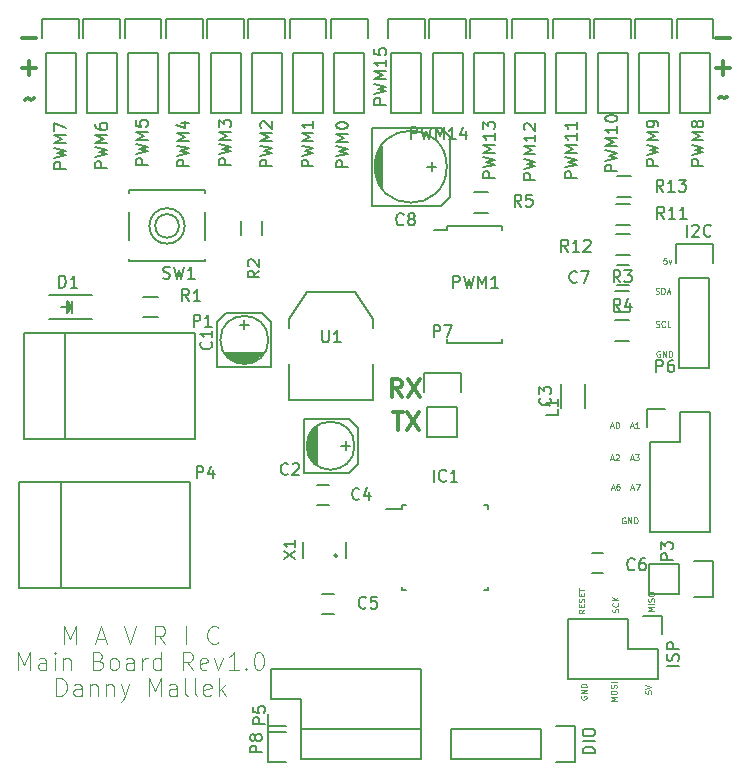
<source format=gbr>
G04 #@! TF.FileFunction,Legend,Top*
%FSLAX46Y46*%
G04 Gerber Fmt 4.6, Leading zero omitted, Abs format (unit mm)*
G04 Created by KiCad (PCBNEW 4.0.0-rc2-stable) date 7/13/2016 8:06:37 PM*
%MOMM*%
G01*
G04 APERTURE LIST*
%ADD10C,0.100000*%
%ADD11C,0.300000*%
%ADD12C,0.150000*%
G04 APERTURE END LIST*
D10*
D11*
X209728643Y-39540643D02*
X209800072Y-39469214D01*
X209942929Y-39397786D01*
X210228643Y-39540643D01*
X210371500Y-39469214D01*
X210442929Y-39397786D01*
X209486572Y-37000643D02*
X210629429Y-37000643D01*
X210058000Y-37572071D02*
X210058000Y-36429214D01*
X209486572Y-34460643D02*
X210629429Y-34460643D01*
X150991143Y-39667643D02*
X151062572Y-39596214D01*
X151205429Y-39524786D01*
X151491143Y-39667643D01*
X151634000Y-39596214D01*
X151705429Y-39524786D01*
X150749072Y-34460643D02*
X151891929Y-34460643D01*
X150749072Y-37000643D02*
X151891929Y-37000643D01*
X151320500Y-37572071D02*
X151320500Y-36429214D01*
X150991143Y-39667643D02*
X151062572Y-39596214D01*
X151205429Y-39524786D01*
X151491143Y-39667643D01*
X151634000Y-39596214D01*
X151705429Y-39524786D01*
D10*
X154282001Y-85752971D02*
X154282001Y-84252971D01*
X154782001Y-85324400D01*
X155282001Y-84252971D01*
X155282001Y-85752971D01*
X157067715Y-85324400D02*
X157782001Y-85324400D01*
X156924858Y-85752971D02*
X157424858Y-84252971D01*
X157924858Y-85752971D01*
X159353429Y-84252971D02*
X159853429Y-85752971D01*
X160353429Y-84252971D01*
X162853429Y-85752971D02*
X162353429Y-85038686D01*
X161996286Y-85752971D02*
X161996286Y-84252971D01*
X162567714Y-84252971D01*
X162710572Y-84324400D01*
X162782000Y-84395829D01*
X162853429Y-84538686D01*
X162853429Y-84752971D01*
X162782000Y-84895829D01*
X162710572Y-84967257D01*
X162567714Y-85038686D01*
X161996286Y-85038686D01*
X164639143Y-85752971D02*
X164639143Y-84252971D01*
X167353429Y-85610114D02*
X167282000Y-85681543D01*
X167067714Y-85752971D01*
X166924857Y-85752971D01*
X166710572Y-85681543D01*
X166567714Y-85538686D01*
X166496286Y-85395829D01*
X166424857Y-85110114D01*
X166424857Y-84895829D01*
X166496286Y-84610114D01*
X166567714Y-84467257D01*
X166710572Y-84324400D01*
X166924857Y-84252971D01*
X167067714Y-84252971D01*
X167282000Y-84324400D01*
X167353429Y-84395829D01*
X150424858Y-87952971D02*
X150424858Y-86452971D01*
X150924858Y-87524400D01*
X151424858Y-86452971D01*
X151424858Y-87952971D01*
X152782001Y-87952971D02*
X152782001Y-87167257D01*
X152710572Y-87024400D01*
X152567715Y-86952971D01*
X152282001Y-86952971D01*
X152139144Y-87024400D01*
X152782001Y-87881543D02*
X152639144Y-87952971D01*
X152282001Y-87952971D01*
X152139144Y-87881543D01*
X152067715Y-87738686D01*
X152067715Y-87595829D01*
X152139144Y-87452971D01*
X152282001Y-87381543D01*
X152639144Y-87381543D01*
X152782001Y-87310114D01*
X153496287Y-87952971D02*
X153496287Y-86952971D01*
X153496287Y-86452971D02*
X153424858Y-86524400D01*
X153496287Y-86595829D01*
X153567715Y-86524400D01*
X153496287Y-86452971D01*
X153496287Y-86595829D01*
X154210573Y-86952971D02*
X154210573Y-87952971D01*
X154210573Y-87095829D02*
X154282001Y-87024400D01*
X154424859Y-86952971D01*
X154639144Y-86952971D01*
X154782001Y-87024400D01*
X154853430Y-87167257D01*
X154853430Y-87952971D01*
X157210573Y-87167257D02*
X157424859Y-87238686D01*
X157496287Y-87310114D01*
X157567716Y-87452971D01*
X157567716Y-87667257D01*
X157496287Y-87810114D01*
X157424859Y-87881543D01*
X157282001Y-87952971D01*
X156710573Y-87952971D01*
X156710573Y-86452971D01*
X157210573Y-86452971D01*
X157353430Y-86524400D01*
X157424859Y-86595829D01*
X157496287Y-86738686D01*
X157496287Y-86881543D01*
X157424859Y-87024400D01*
X157353430Y-87095829D01*
X157210573Y-87167257D01*
X156710573Y-87167257D01*
X158424859Y-87952971D02*
X158282001Y-87881543D01*
X158210573Y-87810114D01*
X158139144Y-87667257D01*
X158139144Y-87238686D01*
X158210573Y-87095829D01*
X158282001Y-87024400D01*
X158424859Y-86952971D01*
X158639144Y-86952971D01*
X158782001Y-87024400D01*
X158853430Y-87095829D01*
X158924859Y-87238686D01*
X158924859Y-87667257D01*
X158853430Y-87810114D01*
X158782001Y-87881543D01*
X158639144Y-87952971D01*
X158424859Y-87952971D01*
X160210573Y-87952971D02*
X160210573Y-87167257D01*
X160139144Y-87024400D01*
X159996287Y-86952971D01*
X159710573Y-86952971D01*
X159567716Y-87024400D01*
X160210573Y-87881543D02*
X160067716Y-87952971D01*
X159710573Y-87952971D01*
X159567716Y-87881543D01*
X159496287Y-87738686D01*
X159496287Y-87595829D01*
X159567716Y-87452971D01*
X159710573Y-87381543D01*
X160067716Y-87381543D01*
X160210573Y-87310114D01*
X160924859Y-87952971D02*
X160924859Y-86952971D01*
X160924859Y-87238686D02*
X160996287Y-87095829D01*
X161067716Y-87024400D01*
X161210573Y-86952971D01*
X161353430Y-86952971D01*
X162496287Y-87952971D02*
X162496287Y-86452971D01*
X162496287Y-87881543D02*
X162353430Y-87952971D01*
X162067716Y-87952971D01*
X161924858Y-87881543D01*
X161853430Y-87810114D01*
X161782001Y-87667257D01*
X161782001Y-87238686D01*
X161853430Y-87095829D01*
X161924858Y-87024400D01*
X162067716Y-86952971D01*
X162353430Y-86952971D01*
X162496287Y-87024400D01*
X165210573Y-87952971D02*
X164710573Y-87238686D01*
X164353430Y-87952971D02*
X164353430Y-86452971D01*
X164924858Y-86452971D01*
X165067716Y-86524400D01*
X165139144Y-86595829D01*
X165210573Y-86738686D01*
X165210573Y-86952971D01*
X165139144Y-87095829D01*
X165067716Y-87167257D01*
X164924858Y-87238686D01*
X164353430Y-87238686D01*
X166424858Y-87881543D02*
X166282001Y-87952971D01*
X165996287Y-87952971D01*
X165853430Y-87881543D01*
X165782001Y-87738686D01*
X165782001Y-87167257D01*
X165853430Y-87024400D01*
X165996287Y-86952971D01*
X166282001Y-86952971D01*
X166424858Y-87024400D01*
X166496287Y-87167257D01*
X166496287Y-87310114D01*
X165782001Y-87452971D01*
X166996287Y-86952971D02*
X167353430Y-87952971D01*
X167710572Y-86952971D01*
X169067715Y-87952971D02*
X168210572Y-87952971D01*
X168639144Y-87952971D02*
X168639144Y-86452971D01*
X168496287Y-86667257D01*
X168353429Y-86810114D01*
X168210572Y-86881543D01*
X169710572Y-87810114D02*
X169782000Y-87881543D01*
X169710572Y-87952971D01*
X169639143Y-87881543D01*
X169710572Y-87810114D01*
X169710572Y-87952971D01*
X170710572Y-86452971D02*
X170853429Y-86452971D01*
X170996286Y-86524400D01*
X171067715Y-86595829D01*
X171139144Y-86738686D01*
X171210572Y-87024400D01*
X171210572Y-87381543D01*
X171139144Y-87667257D01*
X171067715Y-87810114D01*
X170996286Y-87881543D01*
X170853429Y-87952971D01*
X170710572Y-87952971D01*
X170567715Y-87881543D01*
X170496286Y-87810114D01*
X170424858Y-87667257D01*
X170353429Y-87381543D01*
X170353429Y-87024400D01*
X170424858Y-86738686D01*
X170496286Y-86595829D01*
X170567715Y-86524400D01*
X170710572Y-86452971D01*
X153639143Y-90152971D02*
X153639143Y-88652971D01*
X153996286Y-88652971D01*
X154210571Y-88724400D01*
X154353429Y-88867257D01*
X154424857Y-89010114D01*
X154496286Y-89295829D01*
X154496286Y-89510114D01*
X154424857Y-89795829D01*
X154353429Y-89938686D01*
X154210571Y-90081543D01*
X153996286Y-90152971D01*
X153639143Y-90152971D01*
X155782000Y-90152971D02*
X155782000Y-89367257D01*
X155710571Y-89224400D01*
X155567714Y-89152971D01*
X155282000Y-89152971D01*
X155139143Y-89224400D01*
X155782000Y-90081543D02*
X155639143Y-90152971D01*
X155282000Y-90152971D01*
X155139143Y-90081543D01*
X155067714Y-89938686D01*
X155067714Y-89795829D01*
X155139143Y-89652971D01*
X155282000Y-89581543D01*
X155639143Y-89581543D01*
X155782000Y-89510114D01*
X156496286Y-89152971D02*
X156496286Y-90152971D01*
X156496286Y-89295829D02*
X156567714Y-89224400D01*
X156710572Y-89152971D01*
X156924857Y-89152971D01*
X157067714Y-89224400D01*
X157139143Y-89367257D01*
X157139143Y-90152971D01*
X157853429Y-89152971D02*
X157853429Y-90152971D01*
X157853429Y-89295829D02*
X157924857Y-89224400D01*
X158067715Y-89152971D01*
X158282000Y-89152971D01*
X158424857Y-89224400D01*
X158496286Y-89367257D01*
X158496286Y-90152971D01*
X159067715Y-89152971D02*
X159424858Y-90152971D01*
X159782000Y-89152971D02*
X159424858Y-90152971D01*
X159282000Y-90510114D01*
X159210572Y-90581543D01*
X159067715Y-90652971D01*
X161496286Y-90152971D02*
X161496286Y-88652971D01*
X161996286Y-89724400D01*
X162496286Y-88652971D01*
X162496286Y-90152971D01*
X163853429Y-90152971D02*
X163853429Y-89367257D01*
X163782000Y-89224400D01*
X163639143Y-89152971D01*
X163353429Y-89152971D01*
X163210572Y-89224400D01*
X163853429Y-90081543D02*
X163710572Y-90152971D01*
X163353429Y-90152971D01*
X163210572Y-90081543D01*
X163139143Y-89938686D01*
X163139143Y-89795829D01*
X163210572Y-89652971D01*
X163353429Y-89581543D01*
X163710572Y-89581543D01*
X163853429Y-89510114D01*
X164782001Y-90152971D02*
X164639143Y-90081543D01*
X164567715Y-89938686D01*
X164567715Y-88652971D01*
X165567715Y-90152971D02*
X165424857Y-90081543D01*
X165353429Y-89938686D01*
X165353429Y-88652971D01*
X166710571Y-90081543D02*
X166567714Y-90152971D01*
X166282000Y-90152971D01*
X166139143Y-90081543D01*
X166067714Y-89938686D01*
X166067714Y-89367257D01*
X166139143Y-89224400D01*
X166282000Y-89152971D01*
X166567714Y-89152971D01*
X166710571Y-89224400D01*
X166782000Y-89367257D01*
X166782000Y-89510114D01*
X166067714Y-89652971D01*
X167424857Y-90152971D02*
X167424857Y-88652971D01*
X167567714Y-89581543D02*
X167996285Y-90152971D01*
X167996285Y-89152971D02*
X167424857Y-89724400D01*
X201803047Y-75061000D02*
X201755428Y-75037190D01*
X201684000Y-75037190D01*
X201612571Y-75061000D01*
X201564952Y-75108619D01*
X201541143Y-75156238D01*
X201517333Y-75251476D01*
X201517333Y-75322905D01*
X201541143Y-75418143D01*
X201564952Y-75465762D01*
X201612571Y-75513381D01*
X201684000Y-75537190D01*
X201731619Y-75537190D01*
X201803047Y-75513381D01*
X201826857Y-75489571D01*
X201826857Y-75322905D01*
X201731619Y-75322905D01*
X202041143Y-75537190D02*
X202041143Y-75037190D01*
X202326857Y-75537190D01*
X202326857Y-75037190D01*
X202564953Y-75537190D02*
X202564953Y-75037190D01*
X202684000Y-75037190D01*
X202755429Y-75061000D01*
X202803048Y-75108619D01*
X202826857Y-75156238D01*
X202850667Y-75251476D01*
X202850667Y-75322905D01*
X202826857Y-75418143D01*
X202803048Y-75465762D01*
X202755429Y-75513381D01*
X202684000Y-75537190D01*
X202564953Y-75537190D01*
X200612525Y-72536833D02*
X200850620Y-72536833D01*
X200564906Y-72679690D02*
X200731573Y-72179690D01*
X200898239Y-72679690D01*
X201279191Y-72179690D02*
X201183953Y-72179690D01*
X201136334Y-72203500D01*
X201112525Y-72227310D01*
X201064906Y-72298738D01*
X201041096Y-72393976D01*
X201041096Y-72584452D01*
X201064906Y-72632071D01*
X201088715Y-72655881D01*
X201136334Y-72679690D01*
X201231572Y-72679690D01*
X201279191Y-72655881D01*
X201303001Y-72632071D01*
X201326810Y-72584452D01*
X201326810Y-72465405D01*
X201303001Y-72417786D01*
X201279191Y-72393976D01*
X201231572Y-72370167D01*
X201136334Y-72370167D01*
X201088715Y-72393976D01*
X201064906Y-72417786D01*
X201041096Y-72465405D01*
X202279190Y-72536833D02*
X202517285Y-72536833D01*
X202231571Y-72679690D02*
X202398238Y-72179690D01*
X202564904Y-72679690D01*
X202683952Y-72179690D02*
X203017285Y-72179690D01*
X202802999Y-72679690D01*
X200549025Y-70060333D02*
X200787120Y-70060333D01*
X200501406Y-70203190D02*
X200668073Y-69703190D01*
X200834739Y-70203190D01*
X200977596Y-69750810D02*
X201001406Y-69727000D01*
X201049025Y-69703190D01*
X201168072Y-69703190D01*
X201215691Y-69727000D01*
X201239501Y-69750810D01*
X201263310Y-69798429D01*
X201263310Y-69846048D01*
X201239501Y-69917476D01*
X200953787Y-70203190D01*
X201263310Y-70203190D01*
X202215690Y-70060333D02*
X202453785Y-70060333D01*
X202168071Y-70203190D02*
X202334738Y-69703190D01*
X202501404Y-70203190D01*
X202620452Y-69703190D02*
X202929975Y-69703190D01*
X202763309Y-69893667D01*
X202834737Y-69893667D01*
X202882356Y-69917476D01*
X202906166Y-69941286D01*
X202929975Y-69988905D01*
X202929975Y-70107952D01*
X202906166Y-70155571D01*
X202882356Y-70179381D01*
X202834737Y-70203190D01*
X202691880Y-70203190D01*
X202644261Y-70179381D01*
X202620452Y-70155571D01*
X200549025Y-67329833D02*
X200787120Y-67329833D01*
X200501406Y-67472690D02*
X200668073Y-66972690D01*
X200834739Y-67472690D01*
X201096644Y-66972690D02*
X201144263Y-66972690D01*
X201191882Y-66996500D01*
X201215691Y-67020310D01*
X201239501Y-67067929D01*
X201263310Y-67163167D01*
X201263310Y-67282214D01*
X201239501Y-67377452D01*
X201215691Y-67425071D01*
X201191882Y-67448881D01*
X201144263Y-67472690D01*
X201096644Y-67472690D01*
X201049025Y-67448881D01*
X201025215Y-67425071D01*
X201001406Y-67377452D01*
X200977596Y-67282214D01*
X200977596Y-67163167D01*
X201001406Y-67067929D01*
X201025215Y-67020310D01*
X201049025Y-66996500D01*
X201096644Y-66972690D01*
X202215690Y-67329833D02*
X202453785Y-67329833D01*
X202168071Y-67472690D02*
X202334738Y-66972690D01*
X202501404Y-67472690D01*
X202929975Y-67472690D02*
X202644261Y-67472690D01*
X202787118Y-67472690D02*
X202787118Y-66972690D01*
X202739499Y-67044119D01*
X202691880Y-67091738D01*
X202644261Y-67115548D01*
X198346190Y-82831690D02*
X198108095Y-82998357D01*
X198346190Y-83117404D02*
X197846190Y-83117404D01*
X197846190Y-82926928D01*
X197870000Y-82879309D01*
X197893810Y-82855500D01*
X197941429Y-82831690D01*
X198012857Y-82831690D01*
X198060476Y-82855500D01*
X198084286Y-82879309D01*
X198108095Y-82926928D01*
X198108095Y-83117404D01*
X198084286Y-82617404D02*
X198084286Y-82450738D01*
X198346190Y-82379309D02*
X198346190Y-82617404D01*
X197846190Y-82617404D01*
X197846190Y-82379309D01*
X198322381Y-82188833D02*
X198346190Y-82117404D01*
X198346190Y-81998357D01*
X198322381Y-81950738D01*
X198298571Y-81926928D01*
X198250952Y-81903119D01*
X198203333Y-81903119D01*
X198155714Y-81926928D01*
X198131905Y-81950738D01*
X198108095Y-81998357D01*
X198084286Y-82093595D01*
X198060476Y-82141214D01*
X198036667Y-82165023D01*
X197989048Y-82188833D01*
X197941429Y-82188833D01*
X197893810Y-82165023D01*
X197870000Y-82141214D01*
X197846190Y-82093595D01*
X197846190Y-81974547D01*
X197870000Y-81903119D01*
X198084286Y-81688833D02*
X198084286Y-81522167D01*
X198346190Y-81450738D02*
X198346190Y-81688833D01*
X197846190Y-81688833D01*
X197846190Y-81450738D01*
X197846190Y-81307881D02*
X197846190Y-81022167D01*
X198346190Y-81165024D02*
X197846190Y-81165024D01*
X203497690Y-89693737D02*
X203497690Y-89931832D01*
X203735786Y-89955642D01*
X203711976Y-89931832D01*
X203688167Y-89884213D01*
X203688167Y-89765166D01*
X203711976Y-89717547D01*
X203735786Y-89693737D01*
X203783405Y-89669928D01*
X203902452Y-89669928D01*
X203950071Y-89693737D01*
X203973881Y-89717547D01*
X203997690Y-89765166D01*
X203997690Y-89884213D01*
X203973881Y-89931832D01*
X203950071Y-89955642D01*
X203497690Y-89527071D02*
X203997690Y-89360404D01*
X203497690Y-89193738D01*
X198060500Y-90169953D02*
X198036690Y-90217572D01*
X198036690Y-90289000D01*
X198060500Y-90360429D01*
X198108119Y-90408048D01*
X198155738Y-90431857D01*
X198250976Y-90455667D01*
X198322405Y-90455667D01*
X198417643Y-90431857D01*
X198465262Y-90408048D01*
X198512881Y-90360429D01*
X198536690Y-90289000D01*
X198536690Y-90241381D01*
X198512881Y-90169953D01*
X198489071Y-90146143D01*
X198322405Y-90146143D01*
X198322405Y-90241381D01*
X198536690Y-89931857D02*
X198036690Y-89931857D01*
X198536690Y-89646143D01*
X198036690Y-89646143D01*
X198536690Y-89408047D02*
X198036690Y-89408047D01*
X198036690Y-89289000D01*
X198060500Y-89217571D01*
X198108119Y-89169952D01*
X198155738Y-89146143D01*
X198250976Y-89122333D01*
X198322405Y-89122333D01*
X198417643Y-89146143D01*
X198465262Y-89169952D01*
X198512881Y-89217571D01*
X198536690Y-89289000D01*
X198536690Y-89408047D01*
X201179881Y-83065857D02*
X201203690Y-82994428D01*
X201203690Y-82875381D01*
X201179881Y-82827762D01*
X201156071Y-82803952D01*
X201108452Y-82780143D01*
X201060833Y-82780143D01*
X201013214Y-82803952D01*
X200989405Y-82827762D01*
X200965595Y-82875381D01*
X200941786Y-82970619D01*
X200917976Y-83018238D01*
X200894167Y-83042047D01*
X200846548Y-83065857D01*
X200798929Y-83065857D01*
X200751310Y-83042047D01*
X200727500Y-83018238D01*
X200703690Y-82970619D01*
X200703690Y-82851571D01*
X200727500Y-82780143D01*
X201156071Y-82280143D02*
X201179881Y-82303953D01*
X201203690Y-82375381D01*
X201203690Y-82423000D01*
X201179881Y-82494429D01*
X201132262Y-82542048D01*
X201084643Y-82565857D01*
X200989405Y-82589667D01*
X200917976Y-82589667D01*
X200822738Y-82565857D01*
X200775119Y-82542048D01*
X200727500Y-82494429D01*
X200703690Y-82423000D01*
X200703690Y-82375381D01*
X200727500Y-82303953D01*
X200751310Y-82280143D01*
X201203690Y-82065857D02*
X200703690Y-82065857D01*
X201203690Y-81780143D02*
X200917976Y-81994429D01*
X200703690Y-81780143D02*
X200989405Y-82065857D01*
X204251690Y-82954714D02*
X203751690Y-82954714D01*
X204108833Y-82788048D01*
X203751690Y-82621381D01*
X204251690Y-82621381D01*
X204251690Y-82383285D02*
X203751690Y-82383285D01*
X204227881Y-82169000D02*
X204251690Y-82097571D01*
X204251690Y-81978524D01*
X204227881Y-81930905D01*
X204204071Y-81907095D01*
X204156452Y-81883286D01*
X204108833Y-81883286D01*
X204061214Y-81907095D01*
X204037405Y-81930905D01*
X204013595Y-81978524D01*
X203989786Y-82073762D01*
X203965976Y-82121381D01*
X203942167Y-82145190D01*
X203894548Y-82169000D01*
X203846929Y-82169000D01*
X203799310Y-82145190D01*
X203775500Y-82121381D01*
X203751690Y-82073762D01*
X203751690Y-81954714D01*
X203775500Y-81883286D01*
X203751690Y-81573762D02*
X203751690Y-81478524D01*
X203775500Y-81430905D01*
X203823119Y-81383286D01*
X203918357Y-81359477D01*
X204085024Y-81359477D01*
X204180262Y-81383286D01*
X204227881Y-81430905D01*
X204251690Y-81478524D01*
X204251690Y-81573762D01*
X204227881Y-81621381D01*
X204180262Y-81669000D01*
X204085024Y-81692810D01*
X203918357Y-81692810D01*
X203823119Y-81669000D01*
X203775500Y-81621381D01*
X203751690Y-81573762D01*
X201076690Y-90574714D02*
X200576690Y-90574714D01*
X200933833Y-90408048D01*
X200576690Y-90241381D01*
X201076690Y-90241381D01*
X200576690Y-89908047D02*
X200576690Y-89812809D01*
X200600500Y-89765190D01*
X200648119Y-89717571D01*
X200743357Y-89693762D01*
X200910024Y-89693762D01*
X201005262Y-89717571D01*
X201052881Y-89765190D01*
X201076690Y-89812809D01*
X201076690Y-89908047D01*
X201052881Y-89955666D01*
X201005262Y-90003285D01*
X200910024Y-90027095D01*
X200743357Y-90027095D01*
X200648119Y-90003285D01*
X200600500Y-89955666D01*
X200576690Y-89908047D01*
X201052881Y-89503285D02*
X201076690Y-89431856D01*
X201076690Y-89312809D01*
X201052881Y-89265190D01*
X201029071Y-89241380D01*
X200981452Y-89217571D01*
X200933833Y-89217571D01*
X200886214Y-89241380D01*
X200862405Y-89265190D01*
X200838595Y-89312809D01*
X200814786Y-89408047D01*
X200790976Y-89455666D01*
X200767167Y-89479475D01*
X200719548Y-89503285D01*
X200671929Y-89503285D01*
X200624310Y-89479475D01*
X200600500Y-89455666D01*
X200576690Y-89408047D01*
X200576690Y-89288999D01*
X200600500Y-89217571D01*
X201076690Y-89003285D02*
X200576690Y-89003285D01*
X204724047Y-60964000D02*
X204676428Y-60940190D01*
X204605000Y-60940190D01*
X204533571Y-60964000D01*
X204485952Y-61011619D01*
X204462143Y-61059238D01*
X204438333Y-61154476D01*
X204438333Y-61225905D01*
X204462143Y-61321143D01*
X204485952Y-61368762D01*
X204533571Y-61416381D01*
X204605000Y-61440190D01*
X204652619Y-61440190D01*
X204724047Y-61416381D01*
X204747857Y-61392571D01*
X204747857Y-61225905D01*
X204652619Y-61225905D01*
X204962143Y-61440190D02*
X204962143Y-60940190D01*
X205247857Y-61440190D01*
X205247857Y-60940190D01*
X205485953Y-61440190D02*
X205485953Y-60940190D01*
X205605000Y-60940190D01*
X205676429Y-60964000D01*
X205724048Y-61011619D01*
X205747857Y-61059238D01*
X205771667Y-61154476D01*
X205771667Y-61225905D01*
X205747857Y-61321143D01*
X205724048Y-61368762D01*
X205676429Y-61416381D01*
X205605000Y-61440190D01*
X205485953Y-61440190D01*
X204382762Y-58876381D02*
X204454191Y-58900190D01*
X204573238Y-58900190D01*
X204620857Y-58876381D01*
X204644667Y-58852571D01*
X204668476Y-58804952D01*
X204668476Y-58757333D01*
X204644667Y-58709714D01*
X204620857Y-58685905D01*
X204573238Y-58662095D01*
X204478000Y-58638286D01*
X204430381Y-58614476D01*
X204406572Y-58590667D01*
X204382762Y-58543048D01*
X204382762Y-58495429D01*
X204406572Y-58447810D01*
X204430381Y-58424000D01*
X204478000Y-58400190D01*
X204597048Y-58400190D01*
X204668476Y-58424000D01*
X205168476Y-58852571D02*
X205144666Y-58876381D01*
X205073238Y-58900190D01*
X205025619Y-58900190D01*
X204954190Y-58876381D01*
X204906571Y-58828762D01*
X204882762Y-58781143D01*
X204858952Y-58685905D01*
X204858952Y-58614476D01*
X204882762Y-58519238D01*
X204906571Y-58471619D01*
X204954190Y-58424000D01*
X205025619Y-58400190D01*
X205073238Y-58400190D01*
X205144666Y-58424000D01*
X205168476Y-58447810D01*
X205620857Y-58900190D02*
X205382762Y-58900190D01*
X205382762Y-58400190D01*
X204370858Y-56082381D02*
X204442287Y-56106190D01*
X204561334Y-56106190D01*
X204608953Y-56082381D01*
X204632763Y-56058571D01*
X204656572Y-56010952D01*
X204656572Y-55963333D01*
X204632763Y-55915714D01*
X204608953Y-55891905D01*
X204561334Y-55868095D01*
X204466096Y-55844286D01*
X204418477Y-55820476D01*
X204394668Y-55796667D01*
X204370858Y-55749048D01*
X204370858Y-55701429D01*
X204394668Y-55653810D01*
X204418477Y-55630000D01*
X204466096Y-55606190D01*
X204585144Y-55606190D01*
X204656572Y-55630000D01*
X204870858Y-56106190D02*
X204870858Y-55606190D01*
X204989905Y-55606190D01*
X205061334Y-55630000D01*
X205108953Y-55677619D01*
X205132762Y-55725238D01*
X205156572Y-55820476D01*
X205156572Y-55891905D01*
X205132762Y-55987143D01*
X205108953Y-56034762D01*
X205061334Y-56082381D01*
X204989905Y-56106190D01*
X204870858Y-56106190D01*
X205347048Y-55963333D02*
X205585143Y-55963333D01*
X205299429Y-56106190D02*
X205466096Y-55606190D01*
X205632762Y-56106190D01*
X205287572Y-53066190D02*
X205049477Y-53066190D01*
X205025667Y-53304286D01*
X205049477Y-53280476D01*
X205097096Y-53256667D01*
X205216143Y-53256667D01*
X205263762Y-53280476D01*
X205287572Y-53304286D01*
X205311381Y-53351905D01*
X205311381Y-53470952D01*
X205287572Y-53518571D01*
X205263762Y-53542381D01*
X205216143Y-53566190D01*
X205097096Y-53566190D01*
X205049477Y-53542381D01*
X205025667Y-53518571D01*
X205478048Y-53232857D02*
X205597095Y-53566190D01*
X205716143Y-53232857D01*
D11*
X182118143Y-66107571D02*
X182975286Y-66107571D01*
X182546715Y-67607571D02*
X182546715Y-66107571D01*
X183332429Y-66107571D02*
X184332429Y-67607571D01*
X184332429Y-66107571D02*
X183332429Y-67607571D01*
X182884001Y-64813571D02*
X182384001Y-64099286D01*
X182026858Y-64813571D02*
X182026858Y-63313571D01*
X182598286Y-63313571D01*
X182741144Y-63385000D01*
X182812572Y-63456429D01*
X182884001Y-63599286D01*
X182884001Y-63813571D01*
X182812572Y-63956429D01*
X182741144Y-64027857D01*
X182598286Y-64099286D01*
X182026858Y-64099286D01*
X183384001Y-63313571D02*
X184384001Y-64813571D01*
X184384001Y-63313571D02*
X183384001Y-64813571D01*
D12*
X169545000Y-58356500D02*
X169545000Y-59118500D01*
X169164000Y-58737500D02*
X169926000Y-58737500D01*
X171831000Y-58483500D02*
X171831000Y-62293500D01*
X168021000Y-57721500D02*
X171069000Y-57721500D01*
X171831000Y-58483500D02*
X171069000Y-57721500D01*
X167259000Y-58483500D02*
X167259000Y-62293500D01*
X167259000Y-58483500D02*
X168021000Y-57721500D01*
X169672000Y-62039500D02*
X169418000Y-62039500D01*
X168910000Y-61912500D02*
X170180000Y-61912500D01*
X170434000Y-61785500D02*
X168656000Y-61785500D01*
X170688000Y-61658500D02*
X168402000Y-61658500D01*
X168275000Y-61531500D02*
X170815000Y-61531500D01*
X170942000Y-61404500D02*
X168148000Y-61404500D01*
X168021000Y-61277500D02*
X171069000Y-61277500D01*
X167894000Y-61150500D02*
X171196000Y-61150500D01*
X167259000Y-62293500D02*
X171831000Y-62293500D01*
X171577000Y-60007500D02*
G75*
G03X171577000Y-60007500I-2032000J0D01*
G01*
X178498500Y-68961000D02*
X177736500Y-68961000D01*
X178117500Y-68580000D02*
X178117500Y-69342000D01*
X178371500Y-71247000D02*
X174561500Y-71247000D01*
X179133500Y-67437000D02*
X179133500Y-70485000D01*
X178371500Y-71247000D02*
X179133500Y-70485000D01*
X178371500Y-66675000D02*
X174561500Y-66675000D01*
X178371500Y-66675000D02*
X179133500Y-67437000D01*
X174815500Y-69088000D02*
X174815500Y-68834000D01*
X174942500Y-68326000D02*
X174942500Y-69596000D01*
X175069500Y-69850000D02*
X175069500Y-68072000D01*
X175196500Y-70104000D02*
X175196500Y-67818000D01*
X175323500Y-67691000D02*
X175323500Y-70231000D01*
X175450500Y-70358000D02*
X175450500Y-67564000D01*
X175577500Y-67437000D02*
X175577500Y-70485000D01*
X175704500Y-67310000D02*
X175704500Y-70612000D01*
X174561500Y-66675000D02*
X174561500Y-71247000D01*
X178879500Y-68961000D02*
G75*
G03X178879500Y-68961000I-2032000J0D01*
G01*
X196333000Y-63770000D02*
X196333000Y-65770000D01*
X198383000Y-65770000D02*
X198383000Y-63770000D01*
X201112500Y-55333000D02*
X202112500Y-55333000D01*
X202112500Y-53633000D02*
X201112500Y-53633000D01*
X180721000Y-44577000D02*
X180721000Y-46101000D01*
X180848000Y-46482000D02*
X180848000Y-44196000D01*
X180975000Y-43942000D02*
X180975000Y-46736000D01*
X181102000Y-46990000D02*
X181102000Y-43688000D01*
X181229000Y-43561000D02*
X181229000Y-47117000D01*
X180340000Y-42037000D02*
X180340000Y-48641000D01*
X180340000Y-48641000D02*
X186182000Y-48641000D01*
X186182000Y-48641000D02*
X186944000Y-47879000D01*
X186944000Y-47879000D02*
X186944000Y-42799000D01*
X186944000Y-42799000D02*
X186182000Y-42037000D01*
X186182000Y-42037000D02*
X180340000Y-42037000D01*
X185801000Y-45339000D02*
X185039000Y-45339000D01*
X185420000Y-44958000D02*
X185420000Y-45720000D01*
X186690000Y-45339000D02*
G75*
G03X186690000Y-45339000I-3048000J0D01*
G01*
X156645500Y-56163500D02*
X153045500Y-56163500D01*
X156645500Y-58263500D02*
X153045500Y-58263500D01*
X154595500Y-57513500D02*
X154595500Y-56913500D01*
X154595500Y-56913500D02*
X154895500Y-57213500D01*
X154895500Y-57213500D02*
X154695500Y-57413500D01*
X154695500Y-57413500D02*
X154695500Y-57163500D01*
X154695500Y-57163500D02*
X154745500Y-57213500D01*
X154995500Y-57713500D02*
X154995500Y-56713500D01*
X154495500Y-57213500D02*
X153995500Y-57213500D01*
X154995500Y-57213500D02*
X154495500Y-57713500D01*
X154495500Y-57713500D02*
X154495500Y-56713500D01*
X154495500Y-56713500D02*
X154995500Y-57213500D01*
X154368500Y-59380120D02*
X154368500Y-68381880D01*
X150868380Y-59380120D02*
X150868380Y-68381880D01*
X150868380Y-68381880D02*
X165369240Y-68381880D01*
X165369240Y-68381880D02*
X165369240Y-59380120D01*
X165369240Y-59380120D02*
X150868380Y-59380120D01*
X206375000Y-81534000D02*
X203835000Y-81534000D01*
X209195000Y-81814000D02*
X207645000Y-81814000D01*
X206375000Y-81534000D02*
X206375000Y-78994000D01*
X207645000Y-78714000D02*
X209195000Y-78714000D01*
X209195000Y-78714000D02*
X209195000Y-81814000D01*
X206375000Y-78994000D02*
X203835000Y-78994000D01*
X203835000Y-78994000D02*
X203835000Y-81534000D01*
X153987500Y-72016620D02*
X153987500Y-81018380D01*
X150487380Y-72016620D02*
X150487380Y-81018380D01*
X150487380Y-81018380D02*
X164988240Y-81018380D01*
X164988240Y-81018380D02*
X164988240Y-72016620D01*
X164988240Y-72016620D02*
X150487380Y-72016620D01*
X187579000Y-65659000D02*
X187579000Y-68199000D01*
X187859000Y-62839000D02*
X187859000Y-64389000D01*
X187579000Y-65659000D02*
X185039000Y-65659000D01*
X184759000Y-64389000D02*
X184759000Y-62839000D01*
X184759000Y-62839000D02*
X187859000Y-62839000D01*
X185039000Y-65659000D02*
X185039000Y-68199000D01*
X185039000Y-68199000D02*
X187579000Y-68199000D01*
X173101000Y-95784000D02*
X171551000Y-95784000D01*
X171551000Y-95784000D02*
X171551000Y-92684000D01*
X171551000Y-92684000D02*
X173101000Y-92684000D01*
X174371000Y-92964000D02*
X184531000Y-92964000D01*
X184531000Y-92964000D02*
X184531000Y-95504000D01*
X184531000Y-95504000D02*
X174371000Y-95504000D01*
X174371000Y-92964000D02*
X174371000Y-95504000D01*
X194691000Y-92964000D02*
X187071000Y-92964000D01*
X194691000Y-95504000D02*
X187071000Y-95504000D01*
X197511000Y-95784000D02*
X195961000Y-95784000D01*
X187071000Y-92964000D02*
X187071000Y-95504000D01*
X194691000Y-95504000D02*
X194691000Y-92964000D01*
X195961000Y-92684000D02*
X197511000Y-92684000D01*
X197511000Y-92684000D02*
X197511000Y-95784000D01*
X202057000Y-83629500D02*
X196977000Y-83629500D01*
X204877000Y-83349500D02*
X204877000Y-84899500D01*
X204597000Y-86169500D02*
X202057000Y-86169500D01*
X202057000Y-86169500D02*
X202057000Y-83629500D01*
X196977000Y-83629500D02*
X196977000Y-88709500D01*
X196977000Y-88709500D02*
X202057000Y-88709500D01*
X204877000Y-83349500D02*
X203327000Y-83349500D01*
X204597000Y-88709500D02*
X204597000Y-86169500D01*
X202057000Y-88709500D02*
X204597000Y-88709500D01*
X186714500Y-50333500D02*
X186714500Y-50658500D01*
X191364500Y-50333500D02*
X191364500Y-50658500D01*
X191364500Y-60283500D02*
X191364500Y-59958500D01*
X186714500Y-60283500D02*
X186714500Y-59958500D01*
X186714500Y-50333500D02*
X191364500Y-50333500D01*
X186714500Y-60283500D02*
X191364500Y-60283500D01*
X186714500Y-50658500D02*
X185639500Y-50658500D01*
X159754500Y-53355500D02*
X159754500Y-53155500D01*
X159754500Y-47355500D02*
X159754500Y-47555500D01*
X166254500Y-47355500D02*
X166254500Y-47555500D01*
X166254500Y-53355500D02*
X166254500Y-53155500D01*
X166254500Y-51555500D02*
X166254500Y-49155500D01*
X159754500Y-51555500D02*
X159754500Y-49155500D01*
X159754500Y-53355500D02*
X166254500Y-53355500D01*
X166254500Y-47355500D02*
X159754500Y-47355500D01*
X164004500Y-50355500D02*
G75*
G03X164004500Y-50355500I-1000000J0D01*
G01*
X164504500Y-50355500D02*
G75*
G03X164504500Y-50355500I-1500000J0D01*
G01*
X177431359Y-78287880D02*
G75*
G03X177431359Y-78287880I-141899J0D01*
G01*
X178188620Y-77086460D02*
X178188620Y-78488540D01*
X174490380Y-78488540D02*
X174490380Y-77086460D01*
X206375000Y-54737000D02*
X206375000Y-62357000D01*
X208915000Y-54737000D02*
X208915000Y-62357000D01*
X209195000Y-51917000D02*
X209195000Y-53467000D01*
X206375000Y-62357000D02*
X208915000Y-62357000D01*
X208915000Y-54737000D02*
X206375000Y-54737000D01*
X206095000Y-53467000D02*
X206095000Y-51917000D01*
X206095000Y-51917000D02*
X209195000Y-51917000D01*
X173672500Y-35687000D02*
X173672500Y-40767000D01*
X173672500Y-40767000D02*
X176212500Y-40767000D01*
X176212500Y-40767000D02*
X176212500Y-35687000D01*
X176492500Y-32867000D02*
X176492500Y-34417000D01*
X176212500Y-35687000D02*
X173672500Y-35687000D01*
X173392500Y-34417000D02*
X173392500Y-32867000D01*
X173392500Y-32867000D02*
X176492500Y-32867000D01*
X177165000Y-35687000D02*
X177165000Y-40767000D01*
X177165000Y-40767000D02*
X179705000Y-40767000D01*
X179705000Y-40767000D02*
X179705000Y-35687000D01*
X179985000Y-32867000D02*
X179985000Y-34417000D01*
X179705000Y-35687000D02*
X177165000Y-35687000D01*
X176885000Y-34417000D02*
X176885000Y-32867000D01*
X176885000Y-32867000D02*
X179985000Y-32867000D01*
X170180000Y-35687000D02*
X170180000Y-40767000D01*
X170180000Y-40767000D02*
X172720000Y-40767000D01*
X172720000Y-40767000D02*
X172720000Y-35687000D01*
X173000000Y-32867000D02*
X173000000Y-34417000D01*
X172720000Y-35687000D02*
X170180000Y-35687000D01*
X169900000Y-34417000D02*
X169900000Y-32867000D01*
X169900000Y-32867000D02*
X173000000Y-32867000D01*
X166687500Y-35687000D02*
X166687500Y-40767000D01*
X166687500Y-40767000D02*
X169227500Y-40767000D01*
X169227500Y-40767000D02*
X169227500Y-35687000D01*
X169507500Y-32867000D02*
X169507500Y-34417000D01*
X169227500Y-35687000D02*
X166687500Y-35687000D01*
X166407500Y-34417000D02*
X166407500Y-32867000D01*
X166407500Y-32867000D02*
X169507500Y-32867000D01*
X163195000Y-35687000D02*
X163195000Y-40767000D01*
X163195000Y-40767000D02*
X165735000Y-40767000D01*
X165735000Y-40767000D02*
X165735000Y-35687000D01*
X166015000Y-32867000D02*
X166015000Y-34417000D01*
X165735000Y-35687000D02*
X163195000Y-35687000D01*
X162915000Y-34417000D02*
X162915000Y-32867000D01*
X162915000Y-32867000D02*
X166015000Y-32867000D01*
X159702500Y-35687000D02*
X159702500Y-40767000D01*
X159702500Y-40767000D02*
X162242500Y-40767000D01*
X162242500Y-40767000D02*
X162242500Y-35687000D01*
X162522500Y-32867000D02*
X162522500Y-34417000D01*
X162242500Y-35687000D02*
X159702500Y-35687000D01*
X159422500Y-34417000D02*
X159422500Y-32867000D01*
X159422500Y-32867000D02*
X162522500Y-32867000D01*
X156210000Y-35687000D02*
X156210000Y-40767000D01*
X156210000Y-40767000D02*
X158750000Y-40767000D01*
X158750000Y-40767000D02*
X158750000Y-35687000D01*
X159030000Y-32867000D02*
X159030000Y-34417000D01*
X158750000Y-35687000D02*
X156210000Y-35687000D01*
X155930000Y-34417000D02*
X155930000Y-32867000D01*
X155930000Y-32867000D02*
X159030000Y-32867000D01*
X152717500Y-35687000D02*
X152717500Y-40767000D01*
X152717500Y-40767000D02*
X155257500Y-40767000D01*
X155257500Y-40767000D02*
X155257500Y-35687000D01*
X155537500Y-32867000D02*
X155537500Y-34417000D01*
X155257500Y-35687000D02*
X152717500Y-35687000D01*
X152437500Y-34417000D02*
X152437500Y-32867000D01*
X152437500Y-32867000D02*
X155537500Y-32867000D01*
X206438500Y-35687000D02*
X206438500Y-40767000D01*
X206438500Y-40767000D02*
X208978500Y-40767000D01*
X208978500Y-40767000D02*
X208978500Y-35687000D01*
X209258500Y-32867000D02*
X209258500Y-34417000D01*
X208978500Y-35687000D02*
X206438500Y-35687000D01*
X206158500Y-34417000D02*
X206158500Y-32867000D01*
X206158500Y-32867000D02*
X209258500Y-32867000D01*
X202946000Y-35687000D02*
X202946000Y-40767000D01*
X202946000Y-40767000D02*
X205486000Y-40767000D01*
X205486000Y-40767000D02*
X205486000Y-35687000D01*
X205766000Y-32867000D02*
X205766000Y-34417000D01*
X205486000Y-35687000D02*
X202946000Y-35687000D01*
X202666000Y-34417000D02*
X202666000Y-32867000D01*
X202666000Y-32867000D02*
X205766000Y-32867000D01*
X199453500Y-35687000D02*
X199453500Y-40767000D01*
X199453500Y-40767000D02*
X201993500Y-40767000D01*
X201993500Y-40767000D02*
X201993500Y-35687000D01*
X202273500Y-32867000D02*
X202273500Y-34417000D01*
X201993500Y-35687000D02*
X199453500Y-35687000D01*
X199173500Y-34417000D02*
X199173500Y-32867000D01*
X199173500Y-32867000D02*
X202273500Y-32867000D01*
X195961000Y-35687000D02*
X195961000Y-40767000D01*
X195961000Y-40767000D02*
X198501000Y-40767000D01*
X198501000Y-40767000D02*
X198501000Y-35687000D01*
X198781000Y-32867000D02*
X198781000Y-34417000D01*
X198501000Y-35687000D02*
X195961000Y-35687000D01*
X195681000Y-34417000D02*
X195681000Y-32867000D01*
X195681000Y-32867000D02*
X198781000Y-32867000D01*
X192468500Y-35687000D02*
X192468500Y-40767000D01*
X192468500Y-40767000D02*
X195008500Y-40767000D01*
X195008500Y-40767000D02*
X195008500Y-35687000D01*
X195288500Y-32867000D02*
X195288500Y-34417000D01*
X195008500Y-35687000D02*
X192468500Y-35687000D01*
X192188500Y-34417000D02*
X192188500Y-32867000D01*
X192188500Y-32867000D02*
X195288500Y-32867000D01*
X188976000Y-35687000D02*
X188976000Y-40767000D01*
X188976000Y-40767000D02*
X191516000Y-40767000D01*
X191516000Y-40767000D02*
X191516000Y-35687000D01*
X191796000Y-32867000D02*
X191796000Y-34417000D01*
X191516000Y-35687000D02*
X188976000Y-35687000D01*
X188696000Y-34417000D02*
X188696000Y-32867000D01*
X188696000Y-32867000D02*
X191796000Y-32867000D01*
X185483500Y-35687000D02*
X185483500Y-40767000D01*
X185483500Y-40767000D02*
X188023500Y-40767000D01*
X188023500Y-40767000D02*
X188023500Y-35687000D01*
X188303500Y-32867000D02*
X188303500Y-34417000D01*
X188023500Y-35687000D02*
X185483500Y-35687000D01*
X185203500Y-34417000D02*
X185203500Y-32867000D01*
X185203500Y-32867000D02*
X188303500Y-32867000D01*
X181991000Y-35687000D02*
X181991000Y-40767000D01*
X181991000Y-40767000D02*
X184531000Y-40767000D01*
X184531000Y-40767000D02*
X184531000Y-35687000D01*
X184811000Y-32867000D02*
X184811000Y-34417000D01*
X184531000Y-35687000D02*
X181991000Y-35687000D01*
X181711000Y-34417000D02*
X181711000Y-32867000D01*
X181711000Y-32867000D02*
X184811000Y-32867000D01*
X169305000Y-51146000D02*
X169305000Y-49946000D01*
X171055000Y-49946000D02*
X171055000Y-51146000D01*
X176712500Y-72302000D02*
X175712500Y-72302000D01*
X175712500Y-74002000D02*
X176712500Y-74002000D01*
X176157000Y-83209500D02*
X177157000Y-83209500D01*
X177157000Y-81509500D02*
X176157000Y-81509500D01*
X198953500Y-79780500D02*
X199953500Y-79780500D01*
X199953500Y-78080500D02*
X198953500Y-78080500D01*
X162207500Y-58088500D02*
X161007500Y-58088500D01*
X161007500Y-56338500D02*
X162207500Y-56338500D01*
X202149000Y-57644000D02*
X200949000Y-57644000D01*
X200949000Y-55894000D02*
X202149000Y-55894000D01*
X202149000Y-60057000D02*
X200949000Y-60057000D01*
X200949000Y-58307000D02*
X202149000Y-58307000D01*
X190211000Y-49262000D02*
X189011000Y-49262000D01*
X189011000Y-47512000D02*
X190211000Y-47512000D01*
X201012500Y-48528000D02*
X202212500Y-48528000D01*
X202212500Y-50278000D02*
X201012500Y-50278000D01*
X201012500Y-51068000D02*
X202212500Y-51068000D01*
X202212500Y-52818000D02*
X201012500Y-52818000D01*
X201076000Y-46115000D02*
X202276000Y-46115000D01*
X202276000Y-47865000D02*
X201076000Y-47865000D01*
X171831000Y-87884000D02*
X184531000Y-87884000D01*
X184531000Y-87884000D02*
X184531000Y-92964000D01*
X184531000Y-92964000D02*
X174371000Y-92964000D01*
X171831000Y-87884000D02*
X171831000Y-90424000D01*
X171551000Y-91694000D02*
X171551000Y-93244000D01*
X171831000Y-90424000D02*
X174371000Y-90424000D01*
X174371000Y-90424000D02*
X174371000Y-92964000D01*
X171551000Y-93244000D02*
X173101000Y-93244000D01*
X203898500Y-68643500D02*
X203898500Y-76263500D01*
X203898500Y-76263500D02*
X208978500Y-76263500D01*
X208978500Y-76263500D02*
X208978500Y-66103500D01*
X208978500Y-66103500D02*
X206438500Y-66103500D01*
X205168500Y-65823500D02*
X203618500Y-65823500D01*
X206438500Y-66103500D02*
X206438500Y-68643500D01*
X206438500Y-68643500D02*
X203898500Y-68643500D01*
X203618500Y-65823500D02*
X203618500Y-67373500D01*
X173355000Y-62039500D02*
X173355000Y-65087500D01*
X173355000Y-65087500D02*
X180467000Y-65087500D01*
X180467000Y-65087500D02*
X180467000Y-62039500D01*
X173355000Y-58991500D02*
X173355000Y-58229500D01*
X173355000Y-58229500D02*
X174879000Y-55943500D01*
X174879000Y-55943500D02*
X178943000Y-55943500D01*
X178943000Y-55943500D02*
X180467000Y-58229500D01*
X180467000Y-58229500D02*
X180467000Y-58991500D01*
X182938000Y-73972000D02*
X182938000Y-74297000D01*
X190188000Y-73972000D02*
X190188000Y-74297000D01*
X190188000Y-81222000D02*
X190188000Y-80897000D01*
X182938000Y-81222000D02*
X182938000Y-80897000D01*
X182938000Y-73972000D02*
X183263000Y-73972000D01*
X182938000Y-81222000D02*
X183263000Y-81222000D01*
X190188000Y-81222000D02*
X189863000Y-81222000D01*
X190188000Y-73972000D02*
X189863000Y-73972000D01*
X182938000Y-74297000D02*
X181513000Y-74297000D01*
X166727143Y-60174166D02*
X166774762Y-60221785D01*
X166822381Y-60364642D01*
X166822381Y-60459880D01*
X166774762Y-60602738D01*
X166679524Y-60697976D01*
X166584286Y-60745595D01*
X166393810Y-60793214D01*
X166250952Y-60793214D01*
X166060476Y-60745595D01*
X165965238Y-60697976D01*
X165870000Y-60602738D01*
X165822381Y-60459880D01*
X165822381Y-60364642D01*
X165870000Y-60221785D01*
X165917619Y-60174166D01*
X166822381Y-59221785D02*
X166822381Y-59793214D01*
X166822381Y-59507500D02*
X165822381Y-59507500D01*
X165965238Y-59602738D01*
X166060476Y-59697976D01*
X166108095Y-59793214D01*
X173251834Y-71350143D02*
X173204215Y-71397762D01*
X173061358Y-71445381D01*
X172966120Y-71445381D01*
X172823262Y-71397762D01*
X172728024Y-71302524D01*
X172680405Y-71207286D01*
X172632786Y-71016810D01*
X172632786Y-70873952D01*
X172680405Y-70683476D01*
X172728024Y-70588238D01*
X172823262Y-70493000D01*
X172966120Y-70445381D01*
X173061358Y-70445381D01*
X173204215Y-70493000D01*
X173251834Y-70540619D01*
X173632786Y-70540619D02*
X173680405Y-70493000D01*
X173775643Y-70445381D01*
X174013739Y-70445381D01*
X174108977Y-70493000D01*
X174156596Y-70540619D01*
X174204215Y-70635857D01*
X174204215Y-70731095D01*
X174156596Y-70873952D01*
X173585167Y-71445381D01*
X174204215Y-71445381D01*
X195415143Y-64936666D02*
X195462762Y-64984285D01*
X195510381Y-65127142D01*
X195510381Y-65222380D01*
X195462762Y-65365238D01*
X195367524Y-65460476D01*
X195272286Y-65508095D01*
X195081810Y-65555714D01*
X194938952Y-65555714D01*
X194748476Y-65508095D01*
X194653238Y-65460476D01*
X194558000Y-65365238D01*
X194510381Y-65222380D01*
X194510381Y-65127142D01*
X194558000Y-64984285D01*
X194605619Y-64936666D01*
X194510381Y-64603333D02*
X194510381Y-63984285D01*
X194891333Y-64317619D01*
X194891333Y-64174761D01*
X194938952Y-64079523D01*
X194986571Y-64031904D01*
X195081810Y-63984285D01*
X195319905Y-63984285D01*
X195415143Y-64031904D01*
X195462762Y-64079523D01*
X195510381Y-64174761D01*
X195510381Y-64460476D01*
X195462762Y-64555714D01*
X195415143Y-64603333D01*
X197699334Y-55094143D02*
X197651715Y-55141762D01*
X197508858Y-55189381D01*
X197413620Y-55189381D01*
X197270762Y-55141762D01*
X197175524Y-55046524D01*
X197127905Y-54951286D01*
X197080286Y-54760810D01*
X197080286Y-54617952D01*
X197127905Y-54427476D01*
X197175524Y-54332238D01*
X197270762Y-54237000D01*
X197413620Y-54189381D01*
X197508858Y-54189381D01*
X197651715Y-54237000D01*
X197699334Y-54284619D01*
X198032667Y-54189381D02*
X198699334Y-54189381D01*
X198270762Y-55189381D01*
X183030834Y-50204643D02*
X182983215Y-50252262D01*
X182840358Y-50299881D01*
X182745120Y-50299881D01*
X182602262Y-50252262D01*
X182507024Y-50157024D01*
X182459405Y-50061786D01*
X182411786Y-49871310D01*
X182411786Y-49728452D01*
X182459405Y-49537976D01*
X182507024Y-49442738D01*
X182602262Y-49347500D01*
X182745120Y-49299881D01*
X182840358Y-49299881D01*
X182983215Y-49347500D01*
X183030834Y-49395119D01*
X183602262Y-49728452D02*
X183507024Y-49680833D01*
X183459405Y-49633214D01*
X183411786Y-49537976D01*
X183411786Y-49490357D01*
X183459405Y-49395119D01*
X183507024Y-49347500D01*
X183602262Y-49299881D01*
X183792739Y-49299881D01*
X183887977Y-49347500D01*
X183935596Y-49395119D01*
X183983215Y-49490357D01*
X183983215Y-49537976D01*
X183935596Y-49633214D01*
X183887977Y-49680833D01*
X183792739Y-49728452D01*
X183602262Y-49728452D01*
X183507024Y-49776071D01*
X183459405Y-49823690D01*
X183411786Y-49918929D01*
X183411786Y-50109405D01*
X183459405Y-50204643D01*
X183507024Y-50252262D01*
X183602262Y-50299881D01*
X183792739Y-50299881D01*
X183887977Y-50252262D01*
X183935596Y-50204643D01*
X183983215Y-50109405D01*
X183983215Y-49918929D01*
X183935596Y-49823690D01*
X183887977Y-49776071D01*
X183792739Y-49728452D01*
X153884405Y-55570381D02*
X153884405Y-54570381D01*
X154122500Y-54570381D01*
X154265358Y-54618000D01*
X154360596Y-54713238D01*
X154408215Y-54808476D01*
X154455834Y-54998952D01*
X154455834Y-55141810D01*
X154408215Y-55332286D01*
X154360596Y-55427524D01*
X154265358Y-55522762D01*
X154122500Y-55570381D01*
X153884405Y-55570381D01*
X155408215Y-55570381D02*
X154836786Y-55570381D01*
X155122500Y-55570381D02*
X155122500Y-54570381D01*
X155027262Y-54713238D01*
X154932024Y-54808476D01*
X154836786Y-54856095D01*
X196121281Y-65879006D02*
X196121281Y-66355197D01*
X195121281Y-66355197D01*
X196121281Y-65021863D02*
X196121281Y-65593292D01*
X196121281Y-65307578D02*
X195121281Y-65307578D01*
X195264138Y-65402816D01*
X195359376Y-65498054D01*
X195406995Y-65593292D01*
X165250905Y-58872381D02*
X165250905Y-57872381D01*
X165631858Y-57872381D01*
X165727096Y-57920000D01*
X165774715Y-57967619D01*
X165822334Y-58062857D01*
X165822334Y-58205714D01*
X165774715Y-58300952D01*
X165727096Y-58348571D01*
X165631858Y-58396190D01*
X165250905Y-58396190D01*
X166774715Y-58872381D02*
X166203286Y-58872381D01*
X166489000Y-58872381D02*
X166489000Y-57872381D01*
X166393762Y-58015238D01*
X166298524Y-58110476D01*
X166203286Y-58158095D01*
X205811381Y-78652595D02*
X204811381Y-78652595D01*
X204811381Y-78271642D01*
X204859000Y-78176404D01*
X204906619Y-78128785D01*
X205001857Y-78081166D01*
X205144714Y-78081166D01*
X205239952Y-78128785D01*
X205287571Y-78176404D01*
X205335190Y-78271642D01*
X205335190Y-78652595D01*
X204811381Y-77747833D02*
X204811381Y-77128785D01*
X205192333Y-77462119D01*
X205192333Y-77319261D01*
X205239952Y-77224023D01*
X205287571Y-77176404D01*
X205382810Y-77128785D01*
X205620905Y-77128785D01*
X205716143Y-77176404D01*
X205763762Y-77224023D01*
X205811381Y-77319261D01*
X205811381Y-77604976D01*
X205763762Y-77700214D01*
X205716143Y-77747833D01*
X165504905Y-71699381D02*
X165504905Y-70699381D01*
X165885858Y-70699381D01*
X165981096Y-70747000D01*
X166028715Y-70794619D01*
X166076334Y-70889857D01*
X166076334Y-71032714D01*
X166028715Y-71127952D01*
X165981096Y-71175571D01*
X165885858Y-71223190D01*
X165504905Y-71223190D01*
X166933477Y-71032714D02*
X166933477Y-71699381D01*
X166695381Y-70651762D02*
X166457286Y-71366048D01*
X167076334Y-71366048D01*
X185570905Y-59741381D02*
X185570905Y-58741381D01*
X185951858Y-58741381D01*
X186047096Y-58789000D01*
X186094715Y-58836619D01*
X186142334Y-58931857D01*
X186142334Y-59074714D01*
X186094715Y-59169952D01*
X186047096Y-59217571D01*
X185951858Y-59265190D01*
X185570905Y-59265190D01*
X186475667Y-58741381D02*
X187142334Y-58741381D01*
X186713762Y-59741381D01*
X171038781Y-94921295D02*
X170038781Y-94921295D01*
X170038781Y-94540342D01*
X170086400Y-94445104D01*
X170134019Y-94397485D01*
X170229257Y-94349866D01*
X170372114Y-94349866D01*
X170467352Y-94397485D01*
X170514971Y-94445104D01*
X170562590Y-94540342D01*
X170562590Y-94921295D01*
X170467352Y-93778438D02*
X170419733Y-93873676D01*
X170372114Y-93921295D01*
X170276876Y-93968914D01*
X170229257Y-93968914D01*
X170134019Y-93921295D01*
X170086400Y-93873676D01*
X170038781Y-93778438D01*
X170038781Y-93587961D01*
X170086400Y-93492723D01*
X170134019Y-93445104D01*
X170229257Y-93397485D01*
X170276876Y-93397485D01*
X170372114Y-93445104D01*
X170419733Y-93492723D01*
X170467352Y-93587961D01*
X170467352Y-93778438D01*
X170514971Y-93873676D01*
X170562590Y-93921295D01*
X170657829Y-93968914D01*
X170848305Y-93968914D01*
X170943543Y-93921295D01*
X170991162Y-93873676D01*
X171038781Y-93778438D01*
X171038781Y-93587961D01*
X170991162Y-93492723D01*
X170943543Y-93445104D01*
X170848305Y-93397485D01*
X170657829Y-93397485D01*
X170562590Y-93445104D01*
X170514971Y-93492723D01*
X170467352Y-93587961D01*
X199207381Y-95003809D02*
X198207381Y-95003809D01*
X198207381Y-94765714D01*
X198255000Y-94622856D01*
X198350238Y-94527618D01*
X198445476Y-94479999D01*
X198635952Y-94432380D01*
X198778810Y-94432380D01*
X198969286Y-94479999D01*
X199064524Y-94527618D01*
X199159762Y-94622856D01*
X199207381Y-94765714D01*
X199207381Y-95003809D01*
X199207381Y-94003809D02*
X198207381Y-94003809D01*
X198207381Y-93337143D02*
X198207381Y-93146666D01*
X198255000Y-93051428D01*
X198350238Y-92956190D01*
X198540714Y-92908571D01*
X198874048Y-92908571D01*
X199064524Y-92956190D01*
X199159762Y-93051428D01*
X199207381Y-93146666D01*
X199207381Y-93337143D01*
X199159762Y-93432381D01*
X199064524Y-93527619D01*
X198874048Y-93575238D01*
X198540714Y-93575238D01*
X198350238Y-93527619D01*
X198255000Y-93432381D01*
X198207381Y-93337143D01*
X206319381Y-87590190D02*
X205319381Y-87590190D01*
X206271762Y-87161619D02*
X206319381Y-87018762D01*
X206319381Y-86780666D01*
X206271762Y-86685428D01*
X206224143Y-86637809D01*
X206128905Y-86590190D01*
X206033667Y-86590190D01*
X205938429Y-86637809D01*
X205890810Y-86685428D01*
X205843190Y-86780666D01*
X205795571Y-86971143D01*
X205747952Y-87066381D01*
X205700333Y-87114000D01*
X205605095Y-87161619D01*
X205509857Y-87161619D01*
X205414619Y-87114000D01*
X205367000Y-87066381D01*
X205319381Y-86971143D01*
X205319381Y-86733047D01*
X205367000Y-86590190D01*
X206319381Y-86161619D02*
X205319381Y-86161619D01*
X205319381Y-85780666D01*
X205367000Y-85685428D01*
X205414619Y-85637809D01*
X205509857Y-85590190D01*
X205652714Y-85590190D01*
X205747952Y-85637809D01*
X205795571Y-85685428D01*
X205843190Y-85780666D01*
X205843190Y-86161619D01*
X187222048Y-55570381D02*
X187222048Y-54570381D01*
X187603001Y-54570381D01*
X187698239Y-54618000D01*
X187745858Y-54665619D01*
X187793477Y-54760857D01*
X187793477Y-54903714D01*
X187745858Y-54998952D01*
X187698239Y-55046571D01*
X187603001Y-55094190D01*
X187222048Y-55094190D01*
X188126810Y-54570381D02*
X188364905Y-55570381D01*
X188555382Y-54856095D01*
X188745858Y-55570381D01*
X188983953Y-54570381D01*
X189364905Y-55570381D02*
X189364905Y-54570381D01*
X189698239Y-55284667D01*
X190031572Y-54570381D01*
X190031572Y-55570381D01*
X191031572Y-55570381D02*
X190460143Y-55570381D01*
X190745857Y-55570381D02*
X190745857Y-54570381D01*
X190650619Y-54713238D01*
X190555381Y-54808476D01*
X190460143Y-54856095D01*
X162671167Y-54760262D02*
X162814024Y-54807881D01*
X163052120Y-54807881D01*
X163147358Y-54760262D01*
X163194977Y-54712643D01*
X163242596Y-54617405D01*
X163242596Y-54522167D01*
X163194977Y-54426929D01*
X163147358Y-54379310D01*
X163052120Y-54331690D01*
X162861643Y-54284071D01*
X162766405Y-54236452D01*
X162718786Y-54188833D01*
X162671167Y-54093595D01*
X162671167Y-53998357D01*
X162718786Y-53903119D01*
X162766405Y-53855500D01*
X162861643Y-53807881D01*
X163099739Y-53807881D01*
X163242596Y-53855500D01*
X163575929Y-53807881D02*
X163814024Y-54807881D01*
X164004501Y-54093595D01*
X164194977Y-54807881D01*
X164433072Y-53807881D01*
X165337834Y-54807881D02*
X164766405Y-54807881D01*
X165052119Y-54807881D02*
X165052119Y-53807881D01*
X164956881Y-53950738D01*
X164861643Y-54045976D01*
X164766405Y-54093595D01*
X172870881Y-78533524D02*
X173870881Y-77866857D01*
X172870881Y-77866857D02*
X173870881Y-78533524D01*
X173870881Y-76962095D02*
X173870881Y-77533524D01*
X173870881Y-77247810D02*
X172870881Y-77247810D01*
X173013738Y-77343048D01*
X173108976Y-77438286D01*
X173156595Y-77533524D01*
X207049810Y-51252381D02*
X207049810Y-50252381D01*
X207478381Y-50347619D02*
X207526000Y-50300000D01*
X207621238Y-50252381D01*
X207859334Y-50252381D01*
X207954572Y-50300000D01*
X208002191Y-50347619D01*
X208049810Y-50442857D01*
X208049810Y-50538095D01*
X208002191Y-50680952D01*
X207430762Y-51252381D01*
X208049810Y-51252381D01*
X209049810Y-51157143D02*
X209002191Y-51204762D01*
X208859334Y-51252381D01*
X208764096Y-51252381D01*
X208621238Y-51204762D01*
X208526000Y-51109524D01*
X208478381Y-51014286D01*
X208430762Y-50823810D01*
X208430762Y-50680952D01*
X208478381Y-50490476D01*
X208526000Y-50395238D01*
X208621238Y-50300000D01*
X208764096Y-50252381D01*
X208859334Y-50252381D01*
X209002191Y-50300000D01*
X209049810Y-50347619D01*
X175394881Y-45314952D02*
X174394881Y-45314952D01*
X174394881Y-44933999D01*
X174442500Y-44838761D01*
X174490119Y-44791142D01*
X174585357Y-44743523D01*
X174728214Y-44743523D01*
X174823452Y-44791142D01*
X174871071Y-44838761D01*
X174918690Y-44933999D01*
X174918690Y-45314952D01*
X174394881Y-44410190D02*
X175394881Y-44172095D01*
X174680595Y-43981618D01*
X175394881Y-43791142D01*
X174394881Y-43553047D01*
X175394881Y-43172095D02*
X174394881Y-43172095D01*
X175109167Y-42838761D01*
X174394881Y-42505428D01*
X175394881Y-42505428D01*
X175394881Y-41505428D02*
X175394881Y-42076857D01*
X175394881Y-41791143D02*
X174394881Y-41791143D01*
X174537738Y-41886381D01*
X174632976Y-41981619D01*
X174680595Y-42076857D01*
X178315881Y-45378452D02*
X177315881Y-45378452D01*
X177315881Y-44997499D01*
X177363500Y-44902261D01*
X177411119Y-44854642D01*
X177506357Y-44807023D01*
X177649214Y-44807023D01*
X177744452Y-44854642D01*
X177792071Y-44902261D01*
X177839690Y-44997499D01*
X177839690Y-45378452D01*
X177315881Y-44473690D02*
X178315881Y-44235595D01*
X177601595Y-44045118D01*
X178315881Y-43854642D01*
X177315881Y-43616547D01*
X178315881Y-43235595D02*
X177315881Y-43235595D01*
X178030167Y-42902261D01*
X177315881Y-42568928D01*
X178315881Y-42568928D01*
X177315881Y-41902262D02*
X177315881Y-41807023D01*
X177363500Y-41711785D01*
X177411119Y-41664166D01*
X177506357Y-41616547D01*
X177696833Y-41568928D01*
X177934929Y-41568928D01*
X178125405Y-41616547D01*
X178220643Y-41664166D01*
X178268262Y-41711785D01*
X178315881Y-41807023D01*
X178315881Y-41902262D01*
X178268262Y-41997500D01*
X178220643Y-42045119D01*
X178125405Y-42092738D01*
X177934929Y-42140357D01*
X177696833Y-42140357D01*
X177506357Y-42092738D01*
X177411119Y-42045119D01*
X177363500Y-41997500D01*
X177315881Y-41902262D01*
X171902381Y-45314952D02*
X170902381Y-45314952D01*
X170902381Y-44933999D01*
X170950000Y-44838761D01*
X170997619Y-44791142D01*
X171092857Y-44743523D01*
X171235714Y-44743523D01*
X171330952Y-44791142D01*
X171378571Y-44838761D01*
X171426190Y-44933999D01*
X171426190Y-45314952D01*
X170902381Y-44410190D02*
X171902381Y-44172095D01*
X171188095Y-43981618D01*
X171902381Y-43791142D01*
X170902381Y-43553047D01*
X171902381Y-43172095D02*
X170902381Y-43172095D01*
X171616667Y-42838761D01*
X170902381Y-42505428D01*
X171902381Y-42505428D01*
X170997619Y-42076857D02*
X170950000Y-42029238D01*
X170902381Y-41934000D01*
X170902381Y-41695904D01*
X170950000Y-41600666D01*
X170997619Y-41553047D01*
X171092857Y-41505428D01*
X171188095Y-41505428D01*
X171330952Y-41553047D01*
X171902381Y-42124476D01*
X171902381Y-41505428D01*
X168409881Y-45187952D02*
X167409881Y-45187952D01*
X167409881Y-44806999D01*
X167457500Y-44711761D01*
X167505119Y-44664142D01*
X167600357Y-44616523D01*
X167743214Y-44616523D01*
X167838452Y-44664142D01*
X167886071Y-44711761D01*
X167933690Y-44806999D01*
X167933690Y-45187952D01*
X167409881Y-44283190D02*
X168409881Y-44045095D01*
X167695595Y-43854618D01*
X168409881Y-43664142D01*
X167409881Y-43426047D01*
X168409881Y-43045095D02*
X167409881Y-43045095D01*
X168124167Y-42711761D01*
X167409881Y-42378428D01*
X168409881Y-42378428D01*
X167409881Y-41997476D02*
X167409881Y-41378428D01*
X167790833Y-41711762D01*
X167790833Y-41568904D01*
X167838452Y-41473666D01*
X167886071Y-41426047D01*
X167981310Y-41378428D01*
X168219405Y-41378428D01*
X168314643Y-41426047D01*
X168362262Y-41473666D01*
X168409881Y-41568904D01*
X168409881Y-41854619D01*
X168362262Y-41949857D01*
X168314643Y-41997476D01*
X164853881Y-45314952D02*
X163853881Y-45314952D01*
X163853881Y-44933999D01*
X163901500Y-44838761D01*
X163949119Y-44791142D01*
X164044357Y-44743523D01*
X164187214Y-44743523D01*
X164282452Y-44791142D01*
X164330071Y-44838761D01*
X164377690Y-44933999D01*
X164377690Y-45314952D01*
X163853881Y-44410190D02*
X164853881Y-44172095D01*
X164139595Y-43981618D01*
X164853881Y-43791142D01*
X163853881Y-43553047D01*
X164853881Y-43172095D02*
X163853881Y-43172095D01*
X164568167Y-42838761D01*
X163853881Y-42505428D01*
X164853881Y-42505428D01*
X164187214Y-41600666D02*
X164853881Y-41600666D01*
X163806262Y-41838762D02*
X164520548Y-42076857D01*
X164520548Y-41457809D01*
X161361381Y-45187952D02*
X160361381Y-45187952D01*
X160361381Y-44806999D01*
X160409000Y-44711761D01*
X160456619Y-44664142D01*
X160551857Y-44616523D01*
X160694714Y-44616523D01*
X160789952Y-44664142D01*
X160837571Y-44711761D01*
X160885190Y-44806999D01*
X160885190Y-45187952D01*
X160361381Y-44283190D02*
X161361381Y-44045095D01*
X160647095Y-43854618D01*
X161361381Y-43664142D01*
X160361381Y-43426047D01*
X161361381Y-43045095D02*
X160361381Y-43045095D01*
X161075667Y-42711761D01*
X160361381Y-42378428D01*
X161361381Y-42378428D01*
X160361381Y-41426047D02*
X160361381Y-41902238D01*
X160837571Y-41949857D01*
X160789952Y-41902238D01*
X160742333Y-41807000D01*
X160742333Y-41568904D01*
X160789952Y-41473666D01*
X160837571Y-41426047D01*
X160932810Y-41378428D01*
X161170905Y-41378428D01*
X161266143Y-41426047D01*
X161313762Y-41473666D01*
X161361381Y-41568904D01*
X161361381Y-41807000D01*
X161313762Y-41902238D01*
X161266143Y-41949857D01*
X157932381Y-45441952D02*
X156932381Y-45441952D01*
X156932381Y-45060999D01*
X156980000Y-44965761D01*
X157027619Y-44918142D01*
X157122857Y-44870523D01*
X157265714Y-44870523D01*
X157360952Y-44918142D01*
X157408571Y-44965761D01*
X157456190Y-45060999D01*
X157456190Y-45441952D01*
X156932381Y-44537190D02*
X157932381Y-44299095D01*
X157218095Y-44108618D01*
X157932381Y-43918142D01*
X156932381Y-43680047D01*
X157932381Y-43299095D02*
X156932381Y-43299095D01*
X157646667Y-42965761D01*
X156932381Y-42632428D01*
X157932381Y-42632428D01*
X156932381Y-41727666D02*
X156932381Y-41918143D01*
X156980000Y-42013381D01*
X157027619Y-42061000D01*
X157170476Y-42156238D01*
X157360952Y-42203857D01*
X157741905Y-42203857D01*
X157837143Y-42156238D01*
X157884762Y-42108619D01*
X157932381Y-42013381D01*
X157932381Y-41822904D01*
X157884762Y-41727666D01*
X157837143Y-41680047D01*
X157741905Y-41632428D01*
X157503810Y-41632428D01*
X157408571Y-41680047D01*
X157360952Y-41727666D01*
X157313333Y-41822904D01*
X157313333Y-42013381D01*
X157360952Y-42108619D01*
X157408571Y-42156238D01*
X157503810Y-42203857D01*
X154439881Y-45505452D02*
X153439881Y-45505452D01*
X153439881Y-45124499D01*
X153487500Y-45029261D01*
X153535119Y-44981642D01*
X153630357Y-44934023D01*
X153773214Y-44934023D01*
X153868452Y-44981642D01*
X153916071Y-45029261D01*
X153963690Y-45124499D01*
X153963690Y-45505452D01*
X153439881Y-44600690D02*
X154439881Y-44362595D01*
X153725595Y-44172118D01*
X154439881Y-43981642D01*
X153439881Y-43743547D01*
X154439881Y-43362595D02*
X153439881Y-43362595D01*
X154154167Y-43029261D01*
X153439881Y-42695928D01*
X154439881Y-42695928D01*
X153439881Y-42314976D02*
X153439881Y-41648309D01*
X154439881Y-42076881D01*
X208414881Y-45251452D02*
X207414881Y-45251452D01*
X207414881Y-44870499D01*
X207462500Y-44775261D01*
X207510119Y-44727642D01*
X207605357Y-44680023D01*
X207748214Y-44680023D01*
X207843452Y-44727642D01*
X207891071Y-44775261D01*
X207938690Y-44870499D01*
X207938690Y-45251452D01*
X207414881Y-44346690D02*
X208414881Y-44108595D01*
X207700595Y-43918118D01*
X208414881Y-43727642D01*
X207414881Y-43489547D01*
X208414881Y-43108595D02*
X207414881Y-43108595D01*
X208129167Y-42775261D01*
X207414881Y-42441928D01*
X208414881Y-42441928D01*
X207843452Y-41822881D02*
X207795833Y-41918119D01*
X207748214Y-41965738D01*
X207652976Y-42013357D01*
X207605357Y-42013357D01*
X207510119Y-41965738D01*
X207462500Y-41918119D01*
X207414881Y-41822881D01*
X207414881Y-41632404D01*
X207462500Y-41537166D01*
X207510119Y-41489547D01*
X207605357Y-41441928D01*
X207652976Y-41441928D01*
X207748214Y-41489547D01*
X207795833Y-41537166D01*
X207843452Y-41632404D01*
X207843452Y-41822881D01*
X207891071Y-41918119D01*
X207938690Y-41965738D01*
X208033929Y-42013357D01*
X208224405Y-42013357D01*
X208319643Y-41965738D01*
X208367262Y-41918119D01*
X208414881Y-41822881D01*
X208414881Y-41632404D01*
X208367262Y-41537166D01*
X208319643Y-41489547D01*
X208224405Y-41441928D01*
X208033929Y-41441928D01*
X207938690Y-41489547D01*
X207891071Y-41537166D01*
X207843452Y-41632404D01*
X204604881Y-45251452D02*
X203604881Y-45251452D01*
X203604881Y-44870499D01*
X203652500Y-44775261D01*
X203700119Y-44727642D01*
X203795357Y-44680023D01*
X203938214Y-44680023D01*
X204033452Y-44727642D01*
X204081071Y-44775261D01*
X204128690Y-44870499D01*
X204128690Y-45251452D01*
X203604881Y-44346690D02*
X204604881Y-44108595D01*
X203890595Y-43918118D01*
X204604881Y-43727642D01*
X203604881Y-43489547D01*
X204604881Y-43108595D02*
X203604881Y-43108595D01*
X204319167Y-42775261D01*
X203604881Y-42441928D01*
X204604881Y-42441928D01*
X204604881Y-41918119D02*
X204604881Y-41727643D01*
X204557262Y-41632404D01*
X204509643Y-41584785D01*
X204366786Y-41489547D01*
X204176310Y-41441928D01*
X203795357Y-41441928D01*
X203700119Y-41489547D01*
X203652500Y-41537166D01*
X203604881Y-41632404D01*
X203604881Y-41822881D01*
X203652500Y-41918119D01*
X203700119Y-41965738D01*
X203795357Y-42013357D01*
X204033452Y-42013357D01*
X204128690Y-41965738D01*
X204176310Y-41918119D01*
X204223929Y-41822881D01*
X204223929Y-41632404D01*
X204176310Y-41537166D01*
X204128690Y-41489547D01*
X204033452Y-41441928D01*
X201112381Y-45727643D02*
X200112381Y-45727643D01*
X200112381Y-45346690D01*
X200160000Y-45251452D01*
X200207619Y-45203833D01*
X200302857Y-45156214D01*
X200445714Y-45156214D01*
X200540952Y-45203833D01*
X200588571Y-45251452D01*
X200636190Y-45346690D01*
X200636190Y-45727643D01*
X200112381Y-44822881D02*
X201112381Y-44584786D01*
X200398095Y-44394309D01*
X201112381Y-44203833D01*
X200112381Y-43965738D01*
X201112381Y-43584786D02*
X200112381Y-43584786D01*
X200826667Y-43251452D01*
X200112381Y-42918119D01*
X201112381Y-42918119D01*
X201112381Y-41918119D02*
X201112381Y-42489548D01*
X201112381Y-42203834D02*
X200112381Y-42203834D01*
X200255238Y-42299072D01*
X200350476Y-42394310D01*
X200398095Y-42489548D01*
X200112381Y-41299072D02*
X200112381Y-41203833D01*
X200160000Y-41108595D01*
X200207619Y-41060976D01*
X200302857Y-41013357D01*
X200493333Y-40965738D01*
X200731429Y-40965738D01*
X200921905Y-41013357D01*
X201017143Y-41060976D01*
X201064762Y-41108595D01*
X201112381Y-41203833D01*
X201112381Y-41299072D01*
X201064762Y-41394310D01*
X201017143Y-41441929D01*
X200921905Y-41489548D01*
X200731429Y-41537167D01*
X200493333Y-41537167D01*
X200302857Y-41489548D01*
X200207619Y-41441929D01*
X200160000Y-41394310D01*
X200112381Y-41299072D01*
X197683381Y-46299143D02*
X196683381Y-46299143D01*
X196683381Y-45918190D01*
X196731000Y-45822952D01*
X196778619Y-45775333D01*
X196873857Y-45727714D01*
X197016714Y-45727714D01*
X197111952Y-45775333D01*
X197159571Y-45822952D01*
X197207190Y-45918190D01*
X197207190Y-46299143D01*
X196683381Y-45394381D02*
X197683381Y-45156286D01*
X196969095Y-44965809D01*
X197683381Y-44775333D01*
X196683381Y-44537238D01*
X197683381Y-44156286D02*
X196683381Y-44156286D01*
X197397667Y-43822952D01*
X196683381Y-43489619D01*
X197683381Y-43489619D01*
X197683381Y-42489619D02*
X197683381Y-43061048D01*
X197683381Y-42775334D02*
X196683381Y-42775334D01*
X196826238Y-42870572D01*
X196921476Y-42965810D01*
X196969095Y-43061048D01*
X197683381Y-41537238D02*
X197683381Y-42108667D01*
X197683381Y-41822953D02*
X196683381Y-41822953D01*
X196826238Y-41918191D01*
X196921476Y-42013429D01*
X196969095Y-42108667D01*
X194190881Y-46426143D02*
X193190881Y-46426143D01*
X193190881Y-46045190D01*
X193238500Y-45949952D01*
X193286119Y-45902333D01*
X193381357Y-45854714D01*
X193524214Y-45854714D01*
X193619452Y-45902333D01*
X193667071Y-45949952D01*
X193714690Y-46045190D01*
X193714690Y-46426143D01*
X193190881Y-45521381D02*
X194190881Y-45283286D01*
X193476595Y-45092809D01*
X194190881Y-44902333D01*
X193190881Y-44664238D01*
X194190881Y-44283286D02*
X193190881Y-44283286D01*
X193905167Y-43949952D01*
X193190881Y-43616619D01*
X194190881Y-43616619D01*
X194190881Y-42616619D02*
X194190881Y-43188048D01*
X194190881Y-42902334D02*
X193190881Y-42902334D01*
X193333738Y-42997572D01*
X193428976Y-43092810D01*
X193476595Y-43188048D01*
X193286119Y-42235667D02*
X193238500Y-42188048D01*
X193190881Y-42092810D01*
X193190881Y-41854714D01*
X193238500Y-41759476D01*
X193286119Y-41711857D01*
X193381357Y-41664238D01*
X193476595Y-41664238D01*
X193619452Y-41711857D01*
X194190881Y-42283286D01*
X194190881Y-41664238D01*
X190761881Y-46299143D02*
X189761881Y-46299143D01*
X189761881Y-45918190D01*
X189809500Y-45822952D01*
X189857119Y-45775333D01*
X189952357Y-45727714D01*
X190095214Y-45727714D01*
X190190452Y-45775333D01*
X190238071Y-45822952D01*
X190285690Y-45918190D01*
X190285690Y-46299143D01*
X189761881Y-45394381D02*
X190761881Y-45156286D01*
X190047595Y-44965809D01*
X190761881Y-44775333D01*
X189761881Y-44537238D01*
X190761881Y-44156286D02*
X189761881Y-44156286D01*
X190476167Y-43822952D01*
X189761881Y-43489619D01*
X190761881Y-43489619D01*
X190761881Y-42489619D02*
X190761881Y-43061048D01*
X190761881Y-42775334D02*
X189761881Y-42775334D01*
X189904738Y-42870572D01*
X189999976Y-42965810D01*
X190047595Y-43061048D01*
X189761881Y-42156286D02*
X189761881Y-41537238D01*
X190142833Y-41870572D01*
X190142833Y-41727714D01*
X190190452Y-41632476D01*
X190238071Y-41584857D01*
X190333310Y-41537238D01*
X190571405Y-41537238D01*
X190666643Y-41584857D01*
X190714262Y-41632476D01*
X190761881Y-41727714D01*
X190761881Y-42013429D01*
X190714262Y-42108667D01*
X190666643Y-42156286D01*
X183634357Y-42997381D02*
X183634357Y-41997381D01*
X184015310Y-41997381D01*
X184110548Y-42045000D01*
X184158167Y-42092619D01*
X184205786Y-42187857D01*
X184205786Y-42330714D01*
X184158167Y-42425952D01*
X184110548Y-42473571D01*
X184015310Y-42521190D01*
X183634357Y-42521190D01*
X184539119Y-41997381D02*
X184777214Y-42997381D01*
X184967691Y-42283095D01*
X185158167Y-42997381D01*
X185396262Y-41997381D01*
X185777214Y-42997381D02*
X185777214Y-41997381D01*
X186110548Y-42711667D01*
X186443881Y-41997381D01*
X186443881Y-42997381D01*
X187443881Y-42997381D02*
X186872452Y-42997381D01*
X187158166Y-42997381D02*
X187158166Y-41997381D01*
X187062928Y-42140238D01*
X186967690Y-42235476D01*
X186872452Y-42283095D01*
X188301024Y-42330714D02*
X188301024Y-42997381D01*
X188062928Y-41949762D02*
X187824833Y-42664048D01*
X188443881Y-42664048D01*
X181554381Y-40076143D02*
X180554381Y-40076143D01*
X180554381Y-39695190D01*
X180602000Y-39599952D01*
X180649619Y-39552333D01*
X180744857Y-39504714D01*
X180887714Y-39504714D01*
X180982952Y-39552333D01*
X181030571Y-39599952D01*
X181078190Y-39695190D01*
X181078190Y-40076143D01*
X180554381Y-39171381D02*
X181554381Y-38933286D01*
X180840095Y-38742809D01*
X181554381Y-38552333D01*
X180554381Y-38314238D01*
X181554381Y-37933286D02*
X180554381Y-37933286D01*
X181268667Y-37599952D01*
X180554381Y-37266619D01*
X181554381Y-37266619D01*
X181554381Y-36266619D02*
X181554381Y-36838048D01*
X181554381Y-36552334D02*
X180554381Y-36552334D01*
X180697238Y-36647572D01*
X180792476Y-36742810D01*
X180840095Y-36838048D01*
X180554381Y-35361857D02*
X180554381Y-35838048D01*
X181030571Y-35885667D01*
X180982952Y-35838048D01*
X180935333Y-35742810D01*
X180935333Y-35504714D01*
X180982952Y-35409476D01*
X181030571Y-35361857D01*
X181125810Y-35314238D01*
X181363905Y-35314238D01*
X181459143Y-35361857D01*
X181506762Y-35409476D01*
X181554381Y-35504714D01*
X181554381Y-35742810D01*
X181506762Y-35838048D01*
X181459143Y-35885667D01*
X170822881Y-54141666D02*
X170346690Y-54475000D01*
X170822881Y-54713095D02*
X169822881Y-54713095D01*
X169822881Y-54332142D01*
X169870500Y-54236904D01*
X169918119Y-54189285D01*
X170013357Y-54141666D01*
X170156214Y-54141666D01*
X170251452Y-54189285D01*
X170299071Y-54236904D01*
X170346690Y-54332142D01*
X170346690Y-54713095D01*
X169918119Y-53760714D02*
X169870500Y-53713095D01*
X169822881Y-53617857D01*
X169822881Y-53379761D01*
X169870500Y-53284523D01*
X169918119Y-53236904D01*
X170013357Y-53189285D01*
X170108595Y-53189285D01*
X170251452Y-53236904D01*
X170822881Y-53808333D01*
X170822881Y-53189285D01*
X179284334Y-73445643D02*
X179236715Y-73493262D01*
X179093858Y-73540881D01*
X178998620Y-73540881D01*
X178855762Y-73493262D01*
X178760524Y-73398024D01*
X178712905Y-73302786D01*
X178665286Y-73112310D01*
X178665286Y-72969452D01*
X178712905Y-72778976D01*
X178760524Y-72683738D01*
X178855762Y-72588500D01*
X178998620Y-72540881D01*
X179093858Y-72540881D01*
X179236715Y-72588500D01*
X179284334Y-72636119D01*
X180141477Y-72874214D02*
X180141477Y-73540881D01*
X179903381Y-72493262D02*
X179665286Y-73207548D01*
X180284334Y-73207548D01*
X179855834Y-82653143D02*
X179808215Y-82700762D01*
X179665358Y-82748381D01*
X179570120Y-82748381D01*
X179427262Y-82700762D01*
X179332024Y-82605524D01*
X179284405Y-82510286D01*
X179236786Y-82319810D01*
X179236786Y-82176952D01*
X179284405Y-81986476D01*
X179332024Y-81891238D01*
X179427262Y-81796000D01*
X179570120Y-81748381D01*
X179665358Y-81748381D01*
X179808215Y-81796000D01*
X179855834Y-81843619D01*
X180760596Y-81748381D02*
X180284405Y-81748381D01*
X180236786Y-82224571D01*
X180284405Y-82176952D01*
X180379643Y-82129333D01*
X180617739Y-82129333D01*
X180712977Y-82176952D01*
X180760596Y-82224571D01*
X180808215Y-82319810D01*
X180808215Y-82557905D01*
X180760596Y-82653143D01*
X180712977Y-82700762D01*
X180617739Y-82748381D01*
X180379643Y-82748381D01*
X180284405Y-82700762D01*
X180236786Y-82653143D01*
X202588834Y-79414643D02*
X202541215Y-79462262D01*
X202398358Y-79509881D01*
X202303120Y-79509881D01*
X202160262Y-79462262D01*
X202065024Y-79367024D01*
X202017405Y-79271786D01*
X201969786Y-79081310D01*
X201969786Y-78938452D01*
X202017405Y-78747976D01*
X202065024Y-78652738D01*
X202160262Y-78557500D01*
X202303120Y-78509881D01*
X202398358Y-78509881D01*
X202541215Y-78557500D01*
X202588834Y-78605119D01*
X203445977Y-78509881D02*
X203255500Y-78509881D01*
X203160262Y-78557500D01*
X203112643Y-78605119D01*
X203017405Y-78747976D01*
X202969786Y-78938452D01*
X202969786Y-79319405D01*
X203017405Y-79414643D01*
X203065024Y-79462262D01*
X203160262Y-79509881D01*
X203350739Y-79509881D01*
X203445977Y-79462262D01*
X203493596Y-79414643D01*
X203541215Y-79319405D01*
X203541215Y-79081310D01*
X203493596Y-78986071D01*
X203445977Y-78938452D01*
X203350739Y-78890833D01*
X203160262Y-78890833D01*
X203065024Y-78938452D01*
X203017405Y-78986071D01*
X202969786Y-79081310D01*
X164869834Y-56713381D02*
X164536500Y-56237190D01*
X164298405Y-56713381D02*
X164298405Y-55713381D01*
X164679358Y-55713381D01*
X164774596Y-55761000D01*
X164822215Y-55808619D01*
X164869834Y-55903857D01*
X164869834Y-56046714D01*
X164822215Y-56141952D01*
X164774596Y-56189571D01*
X164679358Y-56237190D01*
X164298405Y-56237190D01*
X165822215Y-56713381D02*
X165250786Y-56713381D01*
X165536500Y-56713381D02*
X165536500Y-55713381D01*
X165441262Y-55856238D01*
X165346024Y-55951476D01*
X165250786Y-55999095D01*
X201382334Y-55121381D02*
X201049000Y-54645190D01*
X200810905Y-55121381D02*
X200810905Y-54121381D01*
X201191858Y-54121381D01*
X201287096Y-54169000D01*
X201334715Y-54216619D01*
X201382334Y-54311857D01*
X201382334Y-54454714D01*
X201334715Y-54549952D01*
X201287096Y-54597571D01*
X201191858Y-54645190D01*
X200810905Y-54645190D01*
X201715667Y-54121381D02*
X202334715Y-54121381D01*
X202001381Y-54502333D01*
X202144239Y-54502333D01*
X202239477Y-54549952D01*
X202287096Y-54597571D01*
X202334715Y-54692810D01*
X202334715Y-54930905D01*
X202287096Y-55026143D01*
X202239477Y-55073762D01*
X202144239Y-55121381D01*
X201858524Y-55121381D01*
X201763286Y-55073762D01*
X201715667Y-55026143D01*
X201382334Y-57534381D02*
X201049000Y-57058190D01*
X200810905Y-57534381D02*
X200810905Y-56534381D01*
X201191858Y-56534381D01*
X201287096Y-56582000D01*
X201334715Y-56629619D01*
X201382334Y-56724857D01*
X201382334Y-56867714D01*
X201334715Y-56962952D01*
X201287096Y-57010571D01*
X201191858Y-57058190D01*
X200810905Y-57058190D01*
X202239477Y-56867714D02*
X202239477Y-57534381D01*
X202001381Y-56486762D02*
X201763286Y-57201048D01*
X202382334Y-57201048D01*
X193000334Y-48712381D02*
X192667000Y-48236190D01*
X192428905Y-48712381D02*
X192428905Y-47712381D01*
X192809858Y-47712381D01*
X192905096Y-47760000D01*
X192952715Y-47807619D01*
X193000334Y-47902857D01*
X193000334Y-48045714D01*
X192952715Y-48140952D01*
X192905096Y-48188571D01*
X192809858Y-48236190D01*
X192428905Y-48236190D01*
X193905096Y-47712381D02*
X193428905Y-47712381D01*
X193381286Y-48188571D01*
X193428905Y-48140952D01*
X193524143Y-48093333D01*
X193762239Y-48093333D01*
X193857477Y-48140952D01*
X193905096Y-48188571D01*
X193952715Y-48283810D01*
X193952715Y-48521905D01*
X193905096Y-48617143D01*
X193857477Y-48664762D01*
X193762239Y-48712381D01*
X193524143Y-48712381D01*
X193428905Y-48664762D01*
X193381286Y-48617143D01*
X205097143Y-49728381D02*
X204763809Y-49252190D01*
X204525714Y-49728381D02*
X204525714Y-48728381D01*
X204906667Y-48728381D01*
X205001905Y-48776000D01*
X205049524Y-48823619D01*
X205097143Y-48918857D01*
X205097143Y-49061714D01*
X205049524Y-49156952D01*
X205001905Y-49204571D01*
X204906667Y-49252190D01*
X204525714Y-49252190D01*
X206049524Y-49728381D02*
X205478095Y-49728381D01*
X205763809Y-49728381D02*
X205763809Y-48728381D01*
X205668571Y-48871238D01*
X205573333Y-48966476D01*
X205478095Y-49014095D01*
X207001905Y-49728381D02*
X206430476Y-49728381D01*
X206716190Y-49728381D02*
X206716190Y-48728381D01*
X206620952Y-48871238D01*
X206525714Y-48966476D01*
X206430476Y-49014095D01*
X196969143Y-52522381D02*
X196635809Y-52046190D01*
X196397714Y-52522381D02*
X196397714Y-51522381D01*
X196778667Y-51522381D01*
X196873905Y-51570000D01*
X196921524Y-51617619D01*
X196969143Y-51712857D01*
X196969143Y-51855714D01*
X196921524Y-51950952D01*
X196873905Y-51998571D01*
X196778667Y-52046190D01*
X196397714Y-52046190D01*
X197921524Y-52522381D02*
X197350095Y-52522381D01*
X197635809Y-52522381D02*
X197635809Y-51522381D01*
X197540571Y-51665238D01*
X197445333Y-51760476D01*
X197350095Y-51808095D01*
X198302476Y-51617619D02*
X198350095Y-51570000D01*
X198445333Y-51522381D01*
X198683429Y-51522381D01*
X198778667Y-51570000D01*
X198826286Y-51617619D01*
X198873905Y-51712857D01*
X198873905Y-51808095D01*
X198826286Y-51950952D01*
X198254857Y-52522381D01*
X198873905Y-52522381D01*
X205033643Y-47442381D02*
X204700309Y-46966190D01*
X204462214Y-47442381D02*
X204462214Y-46442381D01*
X204843167Y-46442381D01*
X204938405Y-46490000D01*
X204986024Y-46537619D01*
X205033643Y-46632857D01*
X205033643Y-46775714D01*
X204986024Y-46870952D01*
X204938405Y-46918571D01*
X204843167Y-46966190D01*
X204462214Y-46966190D01*
X205986024Y-47442381D02*
X205414595Y-47442381D01*
X205700309Y-47442381D02*
X205700309Y-46442381D01*
X205605071Y-46585238D01*
X205509833Y-46680476D01*
X205414595Y-46728095D01*
X206319357Y-46442381D02*
X206938405Y-46442381D01*
X206605071Y-46823333D01*
X206747929Y-46823333D01*
X206843167Y-46870952D01*
X206890786Y-46918571D01*
X206938405Y-47013810D01*
X206938405Y-47251905D01*
X206890786Y-47347143D01*
X206843167Y-47394762D01*
X206747929Y-47442381D01*
X206462214Y-47442381D01*
X206366976Y-47394762D01*
X206319357Y-47347143D01*
X171292781Y-92533695D02*
X170292781Y-92533695D01*
X170292781Y-92152742D01*
X170340400Y-92057504D01*
X170388019Y-92009885D01*
X170483257Y-91962266D01*
X170626114Y-91962266D01*
X170721352Y-92009885D01*
X170768971Y-92057504D01*
X170816590Y-92152742D01*
X170816590Y-92533695D01*
X170292781Y-91057504D02*
X170292781Y-91533695D01*
X170768971Y-91581314D01*
X170721352Y-91533695D01*
X170673733Y-91438457D01*
X170673733Y-91200361D01*
X170721352Y-91105123D01*
X170768971Y-91057504D01*
X170864210Y-91009885D01*
X171102305Y-91009885D01*
X171197543Y-91057504D01*
X171245162Y-91105123D01*
X171292781Y-91200361D01*
X171292781Y-91438457D01*
X171245162Y-91533695D01*
X171197543Y-91581314D01*
X204430405Y-62725881D02*
X204430405Y-61725881D01*
X204811358Y-61725881D01*
X204906596Y-61773500D01*
X204954215Y-61821119D01*
X205001834Y-61916357D01*
X205001834Y-62059214D01*
X204954215Y-62154452D01*
X204906596Y-62202071D01*
X204811358Y-62249690D01*
X204430405Y-62249690D01*
X205858977Y-61725881D02*
X205668500Y-61725881D01*
X205573262Y-61773500D01*
X205525643Y-61821119D01*
X205430405Y-61963976D01*
X205382786Y-62154452D01*
X205382786Y-62535405D01*
X205430405Y-62630643D01*
X205478024Y-62678262D01*
X205573262Y-62725881D01*
X205763739Y-62725881D01*
X205858977Y-62678262D01*
X205906596Y-62630643D01*
X205954215Y-62535405D01*
X205954215Y-62297310D01*
X205906596Y-62202071D01*
X205858977Y-62154452D01*
X205763739Y-62106833D01*
X205573262Y-62106833D01*
X205478024Y-62154452D01*
X205430405Y-62202071D01*
X205382786Y-62297310D01*
X176149095Y-59205881D02*
X176149095Y-60015405D01*
X176196714Y-60110643D01*
X176244333Y-60158262D01*
X176339571Y-60205881D01*
X176530048Y-60205881D01*
X176625286Y-60158262D01*
X176672905Y-60110643D01*
X176720524Y-60015405D01*
X176720524Y-59205881D01*
X177720524Y-60205881D02*
X177149095Y-60205881D01*
X177434809Y-60205881D02*
X177434809Y-59205881D01*
X177339571Y-59348738D01*
X177244333Y-59443976D01*
X177149095Y-59491595D01*
X185586810Y-71999381D02*
X185586810Y-70999381D01*
X186634429Y-71904143D02*
X186586810Y-71951762D01*
X186443953Y-71999381D01*
X186348715Y-71999381D01*
X186205857Y-71951762D01*
X186110619Y-71856524D01*
X186063000Y-71761286D01*
X186015381Y-71570810D01*
X186015381Y-71427952D01*
X186063000Y-71237476D01*
X186110619Y-71142238D01*
X186205857Y-71047000D01*
X186348715Y-70999381D01*
X186443953Y-70999381D01*
X186586810Y-71047000D01*
X186634429Y-71094619D01*
X187586810Y-71999381D02*
X187015381Y-71999381D01*
X187301095Y-71999381D02*
X187301095Y-70999381D01*
X187205857Y-71142238D01*
X187110619Y-71237476D01*
X187015381Y-71285095D01*
M02*

</source>
